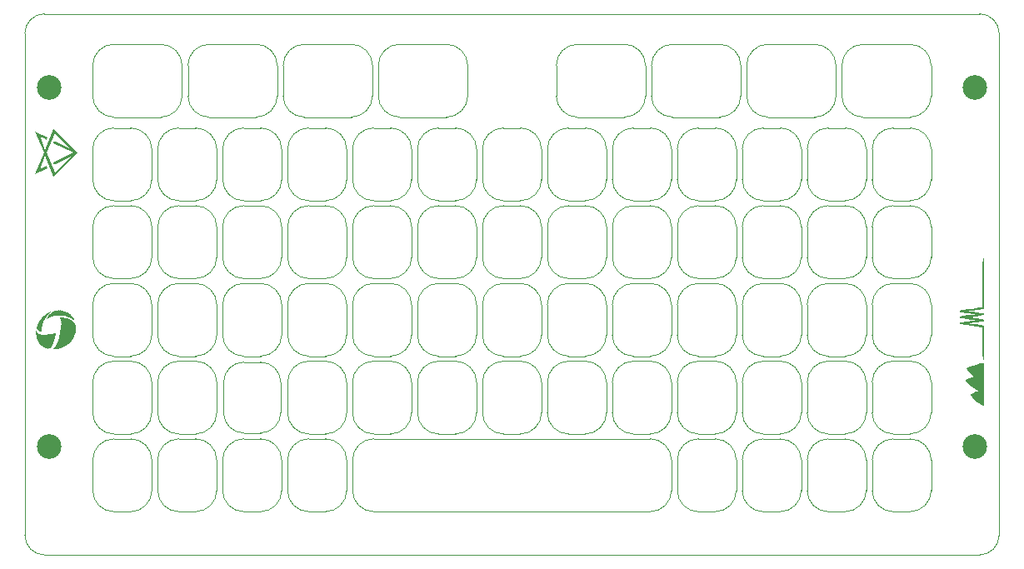
<source format=gbl>
G04*
G04 #@! TF.GenerationSoftware,Altium Limited,Altium Designer,24.6.1 (21)*
G04*
G04 Layer_Physical_Order=2*
G04 Layer_Color=3381759*
%FSLAX25Y25*%
%MOIN*%
G70*
G04*
G04 #@! TF.SameCoordinates,2EFCF5D3-F3DF-4BA1-BCA7-63EA5DCA57C7*
G04*
G04*
G04 #@! TF.FilePolarity,Positive*
G04*
G01*
G75*
%ADD10C,0.00394*%
%ADD15C,0.09843*%
G36*
X-173673Y-43812D02*
X-183228Y-53367D01*
X-183337Y-53345D01*
X-186742Y-45080D01*
X-188965Y-50480D01*
X-186157Y-49106D01*
X-186053Y-49145D01*
X-185709Y-49963D01*
X-190701Y-52444D01*
X-190783Y-52368D01*
X-187259Y-43828D01*
X-190783Y-35287D01*
X-190701Y-35211D01*
X-185709Y-37692D01*
X-186053Y-38510D01*
X-186157Y-38548D01*
X-188965Y-37144D01*
X-186742Y-42544D01*
X-183337Y-34279D01*
X-183228Y-34257D01*
X-173673Y-43812D01*
D02*
G37*
G36*
X-181707Y-106822D02*
X-181707Y-106890D01*
X-181639Y-106891D01*
X-181638Y-106822D01*
X-181570Y-106823D01*
X-181570Y-106891D01*
X-181502Y-106892D01*
X-181501Y-106823D01*
X-181433Y-106824D01*
X-181364Y-106825D01*
X-181296Y-106825D01*
X-181296Y-106894D01*
X-181228Y-106894D01*
X-181227Y-106826D01*
X-181159Y-106826D01*
X-181090Y-106827D01*
X-181022Y-106827D01*
X-181022Y-106896D01*
X-180954Y-106897D01*
X-180953Y-106828D01*
X-180885Y-106829D01*
X-180885Y-106897D01*
X-180817Y-106898D01*
X-180816Y-106829D01*
X-180748Y-106830D01*
X-180748Y-106898D01*
X-180680Y-106899D01*
X-180679Y-106831D01*
X-180611Y-106831D01*
X-180612Y-106900D01*
X-180543Y-106900D01*
X-180475Y-106901D01*
X-180406Y-106901D01*
X-180338Y-106902D01*
X-180269Y-106903D01*
X-180270Y-106971D01*
X-180201Y-106972D01*
X-180133Y-106972D01*
X-180064Y-106973D01*
X-179996Y-106974D01*
X-179927Y-106974D01*
X-179928Y-107043D01*
X-179859Y-107043D01*
X-179859Y-106975D01*
X-179790Y-106975D01*
X-179791Y-107044D01*
X-179722Y-107044D01*
X-179654Y-107045D01*
X-179586Y-107045D01*
X-179586Y-107114D01*
X-179518Y-107115D01*
X-179449Y-107115D01*
X-179381Y-107116D01*
X-179381Y-107184D01*
X-179313Y-107185D01*
X-179312Y-107116D01*
X-179244Y-107117D01*
X-179244Y-107185D01*
X-179176Y-107186D01*
X-179107Y-107187D01*
X-179108Y-107255D01*
X-179040Y-107256D01*
X-178971Y-107256D01*
X-178972Y-107325D01*
X-178903Y-107325D01*
X-178902Y-107257D01*
X-178834Y-107257D01*
X-178835Y-107326D01*
X-178766Y-107327D01*
X-178698Y-107327D01*
X-178698Y-107396D01*
X-178630Y-107396D01*
X-178561Y-107397D01*
X-178562Y-107465D01*
X-178493Y-107466D01*
X-178493Y-107397D01*
X-178424Y-107398D01*
X-178425Y-107467D01*
X-178357Y-107467D01*
X-178357Y-107536D01*
X-178289Y-107536D01*
X-178289Y-107605D01*
X-178221Y-107605D01*
X-178220Y-107537D01*
X-178152Y-107537D01*
X-178152Y-107606D01*
X-178084Y-107606D01*
X-178084Y-107675D01*
X-178016Y-107676D01*
X-178016Y-107744D01*
X-177948Y-107745D01*
X-177947Y-107676D01*
X-177879Y-107677D01*
X-177880Y-107745D01*
X-177811Y-107746D01*
X-177812Y-107814D01*
X-177743Y-107815D01*
X-177744Y-107883D01*
X-177675Y-107884D01*
X-177675Y-107816D01*
X-177606Y-107816D01*
X-177607Y-107885D01*
X-177538Y-107885D01*
X-177539Y-107954D01*
X-177471Y-107954D01*
X-177471Y-108023D01*
X-177403Y-108023D01*
X-177334Y-108024D01*
X-177335Y-108092D01*
X-177266Y-108093D01*
X-177198Y-108094D01*
X-177198Y-108162D01*
X-177130Y-108163D01*
X-177130Y-108231D01*
X-177062Y-108232D01*
X-177063Y-108300D01*
X-176994Y-108301D01*
X-176995Y-108369D01*
X-176926Y-108370D01*
X-176927Y-108438D01*
X-176858Y-108439D01*
X-176858Y-108371D01*
X-176789Y-108371D01*
X-176790Y-108508D01*
X-176722Y-108509D01*
X-176654Y-108509D01*
X-176654Y-108578D01*
X-176586Y-108578D01*
X-176586Y-108647D01*
X-176518Y-108648D01*
X-176518Y-108716D01*
X-176450Y-108716D01*
X-176450Y-108785D01*
X-176382Y-108786D01*
X-176383Y-108854D01*
X-176314Y-108855D01*
X-176315Y-108923D01*
X-176246Y-108924D01*
X-176247Y-108992D01*
X-176178Y-108993D01*
X-176179Y-109061D01*
X-176110Y-109062D01*
X-176111Y-109130D01*
X-176043Y-109131D01*
X-176043Y-109200D01*
X-175975Y-109200D01*
X-175975Y-109269D01*
X-175907Y-109269D01*
X-175907Y-109338D01*
X-175839Y-109338D01*
X-175840Y-109475D01*
X-175772Y-109476D01*
X-175703Y-109476D01*
X-175705Y-109682D01*
X-175636Y-109682D01*
X-175637Y-109751D01*
X-175569Y-109751D01*
X-175569Y-109820D01*
X-175501Y-109821D01*
X-175501Y-109889D01*
X-175433Y-109890D01*
X-175435Y-110095D01*
X-175366Y-110096D01*
X-175367Y-110164D01*
X-175298Y-110165D01*
X-175299Y-110302D01*
X-175231Y-110302D01*
X-175232Y-110439D01*
X-175164Y-110440D01*
X-175164Y-110508D01*
X-175096Y-110509D01*
X-175096Y-110577D01*
X-175165Y-110577D01*
X-175165Y-110645D01*
X-175097Y-110646D01*
X-175098Y-110714D01*
X-175029Y-110715D01*
X-175031Y-110920D01*
X-174962Y-110921D01*
X-174963Y-110989D01*
X-174894Y-110990D01*
X-174896Y-111127D01*
X-174964Y-111126D01*
X-174963Y-110989D01*
X-175031Y-110989D01*
X-175100Y-110988D01*
X-175099Y-110920D01*
X-175168Y-110919D01*
X-175236Y-110919D01*
X-175236Y-110850D01*
X-175304Y-110850D01*
X-175304Y-110781D01*
X-175372Y-110781D01*
X-175372Y-110712D01*
X-175440Y-110711D01*
X-175439Y-110643D01*
X-175508Y-110642D01*
X-175507Y-110574D01*
X-175576Y-110573D01*
X-175576Y-110642D01*
X-175645Y-110641D01*
X-175644Y-110573D01*
X-175713Y-110572D01*
X-175712Y-110504D01*
X-175781Y-110503D01*
X-175780Y-110434D01*
X-175848Y-110434D01*
X-175848Y-110365D01*
X-175916Y-110365D01*
X-175985Y-110364D01*
X-176053Y-110364D01*
X-176053Y-110295D01*
X-176121Y-110294D01*
X-176121Y-110226D01*
X-176189Y-110225D01*
X-176189Y-110157D01*
X-176257Y-110156D01*
X-176258Y-110225D01*
X-176326Y-110224D01*
X-176325Y-110156D01*
X-176394Y-110155D01*
X-176393Y-110087D01*
X-176462Y-110086D01*
X-176461Y-110018D01*
X-176530Y-110017D01*
X-176598Y-110017D01*
X-176598Y-109948D01*
X-176666Y-109947D01*
X-176734Y-109947D01*
X-176734Y-109878D01*
X-176802Y-109878D01*
X-176871Y-109877D01*
X-176939Y-109877D01*
X-176939Y-109808D01*
X-177007Y-109807D01*
X-177007Y-109739D01*
X-177075Y-109738D01*
X-177076Y-109807D01*
X-177144Y-109806D01*
X-177144Y-109738D01*
X-177212Y-109737D01*
X-177211Y-109669D01*
X-177280Y-109668D01*
X-177348Y-109668D01*
X-177417Y-109667D01*
X-177416Y-109598D01*
X-177485Y-109598D01*
X-177553Y-109597D01*
X-177553Y-109529D01*
X-177621Y-109528D01*
X-177690Y-109528D01*
X-177689Y-109459D01*
X-177758Y-109458D01*
X-177758Y-109527D01*
X-177827Y-109526D01*
X-177826Y-109458D01*
X-177894Y-109457D01*
X-177894Y-109389D01*
X-177962Y-109388D01*
X-178031Y-109388D01*
X-178099Y-109387D01*
X-178099Y-109318D01*
X-178167Y-109318D01*
X-178168Y-109386D01*
X-178236Y-109386D01*
X-178236Y-109317D01*
X-178304Y-109317D01*
X-178304Y-109248D01*
X-178372Y-109248D01*
X-178440Y-109247D01*
X-178509Y-109247D01*
X-178508Y-109178D01*
X-178577Y-109177D01*
X-178577Y-109246D01*
X-178646Y-109245D01*
X-178645Y-109177D01*
X-178714Y-109176D01*
X-178782Y-109176D01*
X-178851Y-109175D01*
X-178850Y-109107D01*
X-178919Y-109106D01*
X-178919Y-109174D01*
X-178988Y-109174D01*
X-178987Y-109105D01*
X-179056Y-109105D01*
X-179055Y-109036D01*
X-179123Y-109036D01*
X-179124Y-109104D01*
X-179193Y-109104D01*
X-179192Y-109035D01*
X-179261Y-109034D01*
X-179261Y-109103D01*
X-179330Y-109102D01*
X-179329Y-109034D01*
X-179397Y-109033D01*
X-179466Y-109033D01*
X-179534Y-109032D01*
X-179603Y-109031D01*
X-179671Y-109031D01*
X-179671Y-108962D01*
X-179739Y-108962D01*
X-179808Y-108961D01*
X-179876Y-108961D01*
X-179945Y-108960D01*
X-180013Y-108959D01*
X-180013Y-108891D01*
X-180081Y-108890D01*
X-180082Y-108959D01*
X-180150Y-108958D01*
X-180149Y-108890D01*
X-180218Y-108889D01*
X-180219Y-108958D01*
X-180287Y-108957D01*
X-180287Y-108888D01*
X-180355Y-108888D01*
X-180356Y-108956D01*
X-180424Y-108956D01*
X-180423Y-108887D01*
X-180492Y-108887D01*
X-180492Y-108955D01*
X-180561Y-108955D01*
X-180560Y-108886D01*
X-180629Y-108886D01*
X-180697Y-108885D01*
X-180766Y-108884D01*
X-180766Y-108953D01*
X-180835Y-108952D01*
X-180834Y-108884D01*
X-180903Y-108883D01*
X-180971Y-108882D01*
X-181040Y-108882D01*
X-181108Y-108881D01*
X-181177Y-108881D01*
X-181245Y-108880D01*
X-181314Y-108879D01*
X-181314Y-108948D01*
X-181383Y-108947D01*
X-181382Y-108879D01*
X-181451Y-108878D01*
X-181451Y-108947D01*
X-181520Y-108946D01*
X-181519Y-108878D01*
X-181588Y-108877D01*
X-181588Y-108946D01*
X-181657Y-108945D01*
X-181656Y-108877D01*
X-181725Y-108876D01*
X-181725Y-108944D01*
X-181794Y-108944D01*
X-181793Y-108875D01*
X-181861Y-108875D01*
X-181862Y-108943D01*
X-181930Y-108943D01*
X-181930Y-108874D01*
X-181999Y-108874D01*
X-181999Y-108942D01*
X-182068Y-108941D01*
X-182136Y-108941D01*
X-182204Y-108940D01*
X-182273Y-108940D01*
X-182342Y-108939D01*
X-182342Y-109008D01*
X-182411Y-109007D01*
X-182479Y-109006D01*
X-182547Y-109006D01*
X-182548Y-109074D01*
X-182617Y-109074D01*
X-182616Y-109005D01*
X-182685Y-109004D01*
X-182685Y-109073D01*
X-182754Y-109072D01*
X-182753Y-109004D01*
X-182821Y-109003D01*
X-182822Y-109072D01*
X-182890Y-109071D01*
X-182890Y-109003D01*
X-182958Y-109002D01*
X-182959Y-109071D01*
X-183027Y-109070D01*
X-183028Y-109139D01*
X-183097Y-109138D01*
X-183165Y-109137D01*
X-183233Y-109137D01*
X-183234Y-109205D01*
X-183302Y-109205D01*
X-183302Y-109136D01*
X-183370Y-109135D01*
X-183371Y-109204D01*
X-183440Y-109203D01*
X-183508Y-109203D01*
X-183577Y-109202D01*
X-183577Y-109271D01*
X-183646Y-109270D01*
X-183714Y-109269D01*
X-183782Y-109269D01*
X-183783Y-109337D01*
X-183852Y-109337D01*
X-183851Y-109268D01*
X-183920Y-109268D01*
X-183920Y-109336D01*
X-183989Y-109336D01*
X-184057Y-109335D01*
X-184125Y-109334D01*
X-184126Y-109403D01*
X-184195Y-109402D01*
X-184195Y-109471D01*
X-184264Y-109470D01*
X-184263Y-109402D01*
X-184332Y-109401D01*
X-184332Y-109470D01*
X-184401Y-109469D01*
X-184401Y-109537D01*
X-184470Y-109537D01*
X-184538Y-109536D01*
X-184607Y-109536D01*
X-184607Y-109604D01*
X-184676Y-109604D01*
X-184744Y-109603D01*
X-184813Y-109602D01*
X-184813Y-109671D01*
X-184882Y-109670D01*
X-184882Y-109739D01*
X-184951Y-109738D01*
X-184950Y-109670D01*
X-185019Y-109669D01*
X-185019Y-109738D01*
X-185088Y-109737D01*
X-185088Y-109805D01*
X-185157Y-109805D01*
X-185225Y-109804D01*
X-185294Y-109804D01*
X-185294Y-109872D01*
X-185363Y-109871D01*
X-185363Y-109940D01*
X-185432Y-109939D01*
X-185433Y-110008D01*
X-185501Y-110007D01*
X-185501Y-109939D01*
X-185569Y-109938D01*
X-185570Y-110007D01*
X-185638Y-110006D01*
X-185639Y-110074D01*
X-185707Y-110074D01*
X-185776Y-110073D01*
X-185844Y-110073D01*
X-185845Y-110141D01*
X-185913Y-110141D01*
X-185914Y-110209D01*
X-185982Y-110208D01*
X-185983Y-110277D01*
X-186051Y-110276D01*
X-186051Y-110208D01*
X-186119Y-110207D01*
X-186120Y-110276D01*
X-186188Y-110275D01*
X-186187Y-110070D01*
X-186118Y-110070D01*
X-186117Y-110002D01*
X-186049Y-110003D01*
X-186048Y-109934D01*
X-185980Y-109935D01*
X-185978Y-109729D01*
X-185910Y-109730D01*
X-185909Y-109661D01*
X-185840Y-109662D01*
X-185840Y-109593D01*
X-185771Y-109594D01*
X-185770Y-109388D01*
X-185701Y-109389D01*
X-185701Y-109321D01*
X-185632Y-109321D01*
X-185631Y-109253D01*
X-185563Y-109253D01*
X-185562Y-109185D01*
X-185494Y-109186D01*
X-185493Y-109117D01*
X-185425Y-109118D01*
X-185424Y-109049D01*
X-185356Y-109050D01*
X-185354Y-108844D01*
X-185285Y-108845D01*
X-185285Y-108776D01*
X-185216Y-108777D01*
X-185216Y-108709D01*
X-185147Y-108709D01*
X-185147Y-108641D01*
X-185078Y-108641D01*
X-185078Y-108573D01*
X-185009Y-108573D01*
X-185009Y-108505D01*
X-184940Y-108505D01*
X-184940Y-108437D01*
X-184871Y-108438D01*
X-184870Y-108369D01*
X-184802Y-108370D01*
X-184801Y-108301D01*
X-184733Y-108302D01*
X-184732Y-108233D01*
X-184664Y-108234D01*
X-184663Y-108166D01*
X-184595Y-108166D01*
X-184594Y-108098D01*
X-184526Y-108098D01*
X-184525Y-108030D01*
X-184457Y-108030D01*
X-184456Y-107962D01*
X-184388Y-107962D01*
X-184387Y-107894D01*
X-184318Y-107895D01*
X-184319Y-107963D01*
X-184250Y-107964D01*
X-184249Y-107827D01*
X-184181Y-107827D01*
X-184112Y-107828D01*
X-184112Y-107759D01*
X-184043Y-107760D01*
X-184043Y-107692D01*
X-183974Y-107692D01*
X-183974Y-107624D01*
X-183905Y-107624D01*
X-183905Y-107556D01*
X-183836Y-107556D01*
X-183835Y-107488D01*
X-183767Y-107488D01*
X-183768Y-107557D01*
X-183699Y-107557D01*
X-183698Y-107489D01*
X-183630Y-107490D01*
X-183629Y-107421D01*
X-183561Y-107422D01*
X-183560Y-107353D01*
X-183492Y-107354D01*
X-183493Y-107422D01*
X-183424Y-107423D01*
X-183423Y-107354D01*
X-183355Y-107355D01*
X-183354Y-107287D01*
X-183286Y-107287D01*
X-183285Y-107219D01*
X-183217Y-107219D01*
X-183148Y-107220D01*
X-183080Y-107220D01*
X-183079Y-107152D01*
X-183011Y-107153D01*
X-182942Y-107153D01*
X-182874Y-107154D01*
X-182873Y-107085D01*
X-182805Y-107086D01*
X-182736Y-107087D01*
X-182668Y-107087D01*
X-182667Y-107019D01*
X-182599Y-107019D01*
X-182530Y-107020D01*
X-182462Y-107020D01*
X-182461Y-106952D01*
X-182393Y-106953D01*
X-182324Y-106953D01*
X-182256Y-106954D01*
X-182255Y-106885D01*
X-182187Y-106886D01*
X-182187Y-106954D01*
X-182119Y-106955D01*
X-182118Y-106886D01*
X-182050Y-106887D01*
X-181981Y-106888D01*
X-181913Y-106888D01*
X-181844Y-106889D01*
X-181776Y-106889D01*
X-181775Y-106821D01*
X-181707Y-106822D01*
D02*
G37*
G36*
X-184451Y-107345D02*
X-184451Y-107414D01*
X-184383Y-107415D01*
X-184383Y-107483D01*
X-184452Y-107483D01*
X-184452Y-107551D01*
X-184521Y-107550D01*
X-184521Y-107619D01*
X-184590Y-107618D01*
X-184590Y-107687D01*
X-184659Y-107686D01*
X-184660Y-107755D01*
X-184728Y-107754D01*
X-184729Y-107823D01*
X-184797Y-107822D01*
X-184866Y-107821D01*
X-184866Y-107890D01*
X-184935Y-107889D01*
X-184935Y-107958D01*
X-185004Y-107957D01*
X-185004Y-108026D01*
X-185073Y-108025D01*
X-185141Y-108024D01*
X-185143Y-108161D01*
X-185211Y-108161D01*
X-185280Y-108160D01*
X-185281Y-108297D01*
X-185349Y-108297D01*
X-185418Y-108296D01*
X-185418Y-108364D01*
X-185487Y-108364D01*
X-185487Y-108432D01*
X-185556Y-108432D01*
X-185557Y-108569D01*
X-185626Y-108568D01*
X-185694Y-108567D01*
X-185695Y-108704D01*
X-185764Y-108704D01*
X-185764Y-108772D01*
X-185833Y-108772D01*
X-185834Y-108909D01*
X-185902Y-108908D01*
X-185903Y-108976D01*
X-185971Y-108976D01*
X-185972Y-109044D01*
X-186040Y-109044D01*
X-186041Y-109112D01*
X-186110Y-109112D01*
X-186110Y-109180D01*
X-186179Y-109179D01*
X-186179Y-109248D01*
X-186248Y-109247D01*
X-186249Y-109453D01*
X-186318Y-109452D01*
X-186319Y-109521D01*
X-186387Y-109520D01*
X-186388Y-109589D01*
X-186456Y-109588D01*
X-186457Y-109657D01*
X-186525Y-109656D01*
X-186527Y-109861D01*
X-186596Y-109861D01*
X-186596Y-109929D01*
X-186665Y-109929D01*
X-186665Y-109997D01*
X-186734Y-109996D01*
X-186734Y-110065D01*
X-186803Y-110064D01*
X-186805Y-110270D01*
X-186873Y-110269D01*
X-186874Y-110338D01*
X-186942Y-110337D01*
X-186944Y-110543D01*
X-187012Y-110542D01*
X-187013Y-110610D01*
X-187082Y-110610D01*
X-187083Y-110815D01*
X-187152Y-110815D01*
X-187152Y-110883D01*
X-187221Y-110882D01*
X-187221Y-110951D01*
X-187153Y-110952D01*
X-187153Y-111020D01*
X-187222Y-111020D01*
X-187223Y-111088D01*
X-187291Y-111087D01*
X-187292Y-111156D01*
X-187360Y-111155D01*
X-187361Y-111224D01*
X-187292Y-111224D01*
X-187293Y-111293D01*
X-187361Y-111292D01*
X-187363Y-111498D01*
X-187432Y-111497D01*
X-187432Y-111565D01*
X-187501Y-111565D01*
X-187503Y-111770D01*
X-187571Y-111770D01*
X-187573Y-111975D01*
X-187641Y-111975D01*
X-187643Y-112180D01*
X-187712Y-112179D01*
X-187713Y-112385D01*
X-187782Y-112384D01*
X-187784Y-112590D01*
X-187852Y-112589D01*
X-187854Y-112795D01*
X-187922Y-112794D01*
X-187924Y-112999D01*
X-187993Y-112999D01*
X-187993Y-113067D01*
X-187925Y-113068D01*
X-187925Y-113136D01*
X-187994Y-113136D01*
X-187994Y-113204D01*
X-188063Y-113204D01*
X-188064Y-113272D01*
X-187995Y-113273D01*
X-187996Y-113341D01*
X-188064Y-113341D01*
X-188067Y-113683D01*
X-188136Y-113682D01*
X-188136Y-113751D01*
X-188068Y-113751D01*
X-188068Y-113820D01*
X-188137Y-113819D01*
X-188137Y-113888D01*
X-188206Y-113887D01*
X-188206Y-113956D01*
X-188138Y-113956D01*
X-188139Y-114025D01*
X-188207Y-114024D01*
X-188208Y-114093D01*
X-188139Y-114093D01*
X-188140Y-114162D01*
X-188208Y-114161D01*
X-188209Y-114230D01*
X-188140Y-114230D01*
X-188141Y-114299D01*
X-188209Y-114298D01*
X-188210Y-114367D01*
X-188142Y-114367D01*
X-188142Y-114436D01*
X-188211Y-114435D01*
X-188211Y-114504D01*
X-188143Y-114504D01*
X-188143Y-114573D01*
X-188212Y-114572D01*
X-188212Y-114640D01*
X-188144Y-114641D01*
X-188145Y-114710D01*
X-188213Y-114709D01*
X-188214Y-114778D01*
X-188145Y-114778D01*
X-188146Y-114847D01*
X-188077Y-114847D01*
X-188078Y-114916D01*
X-188146Y-114915D01*
X-188147Y-114983D01*
X-188078Y-114984D01*
X-188080Y-115190D01*
X-188012Y-115190D01*
X-188012Y-115259D01*
X-187944Y-115259D01*
X-187944Y-115328D01*
X-187876Y-115328D01*
X-187877Y-115397D01*
X-187808Y-115397D01*
X-187809Y-115466D01*
X-187877Y-115465D01*
X-187946Y-115465D01*
X-188014Y-115464D01*
X-188083Y-115463D01*
X-188151Y-115463D01*
X-188151Y-115394D01*
X-188219Y-115394D01*
X-188220Y-115462D01*
X-188288Y-115462D01*
X-188287Y-115393D01*
X-188356Y-115393D01*
X-188357Y-115461D01*
X-188425Y-115461D01*
X-188424Y-115392D01*
X-188493Y-115391D01*
X-188561Y-115391D01*
X-188630Y-115390D01*
X-188629Y-115322D01*
X-188698Y-115321D01*
X-188766Y-115321D01*
X-188835Y-115320D01*
X-188834Y-115252D01*
X-188903Y-115251D01*
X-188903Y-115319D01*
X-188972Y-115319D01*
X-188971Y-115250D01*
X-189040Y-115250D01*
X-189108Y-115249D01*
X-189107Y-115181D01*
X-189176Y-115180D01*
X-189244Y-115179D01*
X-189244Y-115111D01*
X-189312Y-115110D01*
X-189381Y-115110D01*
X-189449Y-115109D01*
X-189449Y-115041D01*
X-189517Y-115040D01*
X-189516Y-114972D01*
X-189585Y-114971D01*
X-189653Y-114970D01*
X-189652Y-114833D01*
X-189721Y-114833D01*
X-189789Y-114832D01*
X-189788Y-114695D01*
X-189857Y-114695D01*
X-189925Y-114694D01*
X-189924Y-114557D01*
X-189992Y-114557D01*
X-189992Y-114488D01*
X-190060Y-114487D01*
X-190057Y-114145D01*
X-190126Y-114144D01*
X-190125Y-114076D01*
X-190057Y-114077D01*
X-190056Y-114008D01*
X-190124Y-114007D01*
X-190124Y-113939D01*
X-190055Y-113940D01*
X-190052Y-113597D01*
X-189984Y-113598D01*
X-189983Y-113529D01*
X-190052Y-113529D01*
X-190051Y-113460D01*
X-189983Y-113461D01*
X-189981Y-113255D01*
X-189912Y-113256D01*
X-189911Y-113051D01*
X-189842Y-113051D01*
X-189842Y-112983D01*
X-189910Y-112982D01*
X-189909Y-112914D01*
X-189841Y-112914D01*
X-189840Y-112846D01*
X-189772Y-112846D01*
X-189771Y-112778D01*
X-189840Y-112777D01*
X-189839Y-112709D01*
X-189771Y-112709D01*
X-189769Y-112504D01*
X-189700Y-112504D01*
X-189700Y-112436D01*
X-189631Y-112437D01*
X-189630Y-112231D01*
X-189561Y-112232D01*
X-189559Y-112026D01*
X-189491Y-112027D01*
X-189490Y-111959D01*
X-189422Y-111959D01*
X-189420Y-111754D01*
X-189351Y-111754D01*
X-189350Y-111549D01*
X-189281Y-111549D01*
X-189281Y-111481D01*
X-189212Y-111481D01*
X-189211Y-111413D01*
X-189143Y-111414D01*
X-189141Y-111208D01*
X-189073Y-111209D01*
X-189072Y-111140D01*
X-189004Y-111141D01*
X-189003Y-111073D01*
X-188935Y-111073D01*
X-188933Y-110868D01*
X-188864Y-110868D01*
X-188864Y-110800D01*
X-188795Y-110800D01*
X-188795Y-110732D01*
X-188726Y-110732D01*
X-188726Y-110664D01*
X-188657Y-110665D01*
X-188655Y-110459D01*
X-188587Y-110460D01*
X-188586Y-110391D01*
X-188518Y-110392D01*
X-188517Y-110323D01*
X-188449Y-110324D01*
X-188448Y-110255D01*
X-188380Y-110256D01*
X-188379Y-110188D01*
X-188311Y-110188D01*
X-188310Y-110120D01*
X-188241Y-110120D01*
X-188240Y-109983D01*
X-188172Y-109984D01*
X-188103Y-109985D01*
X-188101Y-109779D01*
X-188033Y-109780D01*
X-187964Y-109780D01*
X-187963Y-109643D01*
X-187895Y-109644D01*
X-187826Y-109644D01*
X-187825Y-109508D01*
X-187757Y-109508D01*
X-187688Y-109509D01*
X-187687Y-109372D01*
X-187619Y-109372D01*
X-187550Y-109373D01*
X-187549Y-109236D01*
X-187480Y-109237D01*
X-187412Y-109237D01*
X-187411Y-109100D01*
X-187342Y-109101D01*
X-187343Y-109169D01*
X-187274Y-109170D01*
X-187273Y-109033D01*
X-187205Y-109034D01*
X-187136Y-109034D01*
X-187136Y-108966D01*
X-187067Y-108966D01*
X-187067Y-108898D01*
X-186998Y-108898D01*
X-186997Y-108830D01*
X-186929Y-108830D01*
X-186928Y-108762D01*
X-186860Y-108763D01*
X-186859Y-108694D01*
X-186791Y-108695D01*
X-186790Y-108626D01*
X-186722Y-108627D01*
X-186653Y-108627D01*
X-186585Y-108628D01*
X-186584Y-108560D01*
X-186516Y-108560D01*
X-186515Y-108492D01*
X-186447Y-108492D01*
X-186446Y-108424D01*
X-186378Y-108424D01*
X-186377Y-108356D01*
X-186309Y-108357D01*
X-186308Y-108288D01*
X-186239Y-108289D01*
X-186171Y-108289D01*
X-186170Y-108221D01*
X-186102Y-108221D01*
X-186033Y-108222D01*
X-186033Y-108153D01*
X-185964Y-108154D01*
X-185964Y-108086D01*
X-185895Y-108086D01*
X-185827Y-108087D01*
X-185758Y-108087D01*
X-185758Y-108019D01*
X-185689Y-108019D01*
X-185689Y-107951D01*
X-185620Y-107952D01*
X-185619Y-107883D01*
X-185551Y-107884D01*
X-185483Y-107884D01*
X-185414Y-107885D01*
X-185414Y-107817D01*
X-185345Y-107817D01*
X-185344Y-107749D01*
X-185276Y-107749D01*
X-185207Y-107750D01*
X-185139Y-107750D01*
X-185138Y-107682D01*
X-185070Y-107683D01*
X-185069Y-107614D01*
X-185001Y-107615D01*
X-184932Y-107615D01*
X-184864Y-107616D01*
X-184863Y-107547D01*
X-184795Y-107548D01*
X-184794Y-107480D01*
X-184726Y-107480D01*
X-184657Y-107481D01*
X-184589Y-107481D01*
X-184588Y-107413D01*
X-184520Y-107413D01*
X-184519Y-107345D01*
X-184451Y-107345D01*
D02*
G37*
G36*
X-184245Y-107279D02*
X-184176Y-107279D01*
X-184177Y-107416D01*
X-184246Y-107416D01*
X-184245Y-107347D01*
X-184314Y-107347D01*
X-184313Y-107278D01*
X-184245Y-107279D01*
D02*
G37*
G36*
X-181320Y-109564D02*
X-181320Y-109633D01*
X-181252Y-109633D01*
X-181251Y-109565D01*
X-181183Y-109566D01*
X-181183Y-109634D01*
X-181115Y-109635D01*
X-181114Y-109566D01*
X-181046Y-109567D01*
X-181046Y-109635D01*
X-180978Y-109636D01*
X-180977Y-109567D01*
X-180909Y-109568D01*
X-180909Y-109636D01*
X-180841Y-109637D01*
X-180772Y-109638D01*
X-180704Y-109638D01*
X-180635Y-109639D01*
X-180567Y-109639D01*
X-180499Y-109640D01*
X-180430Y-109641D01*
X-180361Y-109641D01*
X-180293Y-109642D01*
X-180294Y-109710D01*
X-180225Y-109711D01*
X-180157Y-109712D01*
X-180088Y-109712D01*
X-180020Y-109713D01*
X-179951Y-109713D01*
X-179883Y-109714D01*
X-179814Y-109714D01*
X-179815Y-109783D01*
X-179746Y-109783D01*
X-179746Y-109715D01*
X-179677Y-109716D01*
X-179678Y-109784D01*
X-179609Y-109785D01*
X-179609Y-109716D01*
X-179540Y-109717D01*
X-179541Y-109785D01*
X-179472Y-109786D01*
X-179404Y-109786D01*
X-179335Y-109787D01*
X-179267Y-109788D01*
X-179199Y-109788D01*
X-179199Y-109857D01*
X-179131Y-109857D01*
X-179062Y-109858D01*
X-178994Y-109859D01*
X-178925Y-109859D01*
X-178857Y-109860D01*
X-178857Y-109928D01*
X-178789Y-109929D01*
X-178788Y-109860D01*
X-178720Y-109861D01*
X-178720Y-109929D01*
X-178652Y-109930D01*
X-178584Y-109931D01*
X-178515Y-109931D01*
X-178516Y-110000D01*
X-178447Y-110000D01*
X-178379Y-110001D01*
X-178310Y-110002D01*
X-178311Y-110070D01*
X-178242Y-110071D01*
X-178242Y-110002D01*
X-178173Y-110003D01*
X-178174Y-110071D01*
X-178105Y-110072D01*
X-178037Y-110072D01*
X-177968Y-110073D01*
X-177969Y-110141D01*
X-177900Y-110142D01*
X-177832Y-110143D01*
X-177763Y-110143D01*
X-177764Y-110212D01*
X-177696Y-110212D01*
X-177695Y-110144D01*
X-177627Y-110144D01*
X-177627Y-110213D01*
X-177559Y-110213D01*
X-177559Y-110282D01*
X-177491Y-110283D01*
X-177422Y-110283D01*
X-177354Y-110284D01*
X-177354Y-110352D01*
X-177286Y-110353D01*
X-177217Y-110354D01*
X-177149Y-110354D01*
X-177150Y-110423D01*
X-177081Y-110423D01*
X-177082Y-110492D01*
X-177013Y-110492D01*
X-177013Y-110424D01*
X-176944Y-110424D01*
X-176945Y-110493D01*
X-176876Y-110493D01*
X-176877Y-110562D01*
X-176808Y-110563D01*
X-176809Y-110631D01*
X-176741Y-110632D01*
X-176740Y-110563D01*
X-176671Y-110564D01*
X-176672Y-110632D01*
X-176604Y-110633D01*
X-176604Y-110701D01*
X-176536Y-110702D01*
X-176467Y-110702D01*
X-176399Y-110703D01*
X-176399Y-110772D01*
X-176331Y-110772D01*
X-176331Y-110841D01*
X-176263Y-110841D01*
X-176263Y-110910D01*
X-176195Y-110910D01*
X-176127Y-110911D01*
X-176127Y-110979D01*
X-176059Y-110980D01*
X-175990Y-110980D01*
X-175991Y-111049D01*
X-175922Y-111050D01*
X-175923Y-111118D01*
X-175854Y-111119D01*
X-175855Y-111187D01*
X-175787Y-111188D01*
X-175718Y-111188D01*
X-175719Y-111325D01*
X-175651Y-111326D01*
X-175582Y-111327D01*
X-175583Y-111395D01*
X-175514Y-111396D01*
X-175446Y-111396D01*
X-175447Y-111533D01*
X-175379Y-111534D01*
X-175310Y-111534D01*
X-175311Y-111671D01*
X-175243Y-111672D01*
X-175174Y-111672D01*
X-175176Y-111878D01*
X-175108Y-111879D01*
X-175108Y-111947D01*
X-175040Y-111948D01*
X-175040Y-112016D01*
X-174972Y-112017D01*
X-174973Y-112085D01*
X-174904Y-112086D01*
X-174906Y-112291D01*
X-174837Y-112292D01*
X-174838Y-112360D01*
X-174769Y-112361D01*
X-174771Y-112566D01*
X-174703Y-112567D01*
X-174703Y-112635D01*
X-174635Y-112636D01*
X-174638Y-112978D01*
X-174569Y-112979D01*
X-174571Y-113184D01*
X-174503Y-113185D01*
X-174503Y-113253D01*
X-174572Y-113253D01*
X-174573Y-113321D01*
X-174504Y-113322D01*
X-174509Y-113938D01*
X-174441Y-113939D01*
X-174442Y-114007D01*
X-174510Y-114007D01*
X-174511Y-114075D01*
X-174442Y-114076D01*
X-174443Y-114144D01*
X-174511Y-114144D01*
X-174512Y-114212D01*
X-174443Y-114213D01*
X-174444Y-114281D01*
X-174512Y-114281D01*
X-174520Y-115171D01*
X-174589Y-115170D01*
X-174589Y-115239D01*
X-174521Y-115239D01*
X-174521Y-115308D01*
X-174590Y-115307D01*
X-174592Y-115513D01*
X-174660Y-115512D01*
X-174661Y-115581D01*
X-174592Y-115581D01*
X-174593Y-115650D01*
X-174661Y-115649D01*
X-174663Y-115855D01*
X-174732Y-115854D01*
X-174732Y-115922D01*
X-174664Y-115923D01*
X-174664Y-115991D01*
X-174733Y-115991D01*
X-174733Y-116059D01*
X-174802Y-116059D01*
X-174802Y-116127D01*
X-174734Y-116128D01*
X-174734Y-116196D01*
X-174803Y-116196D01*
X-174805Y-116401D01*
X-174873Y-116401D01*
X-174875Y-116606D01*
X-174943Y-116605D01*
X-174945Y-116811D01*
X-175014Y-116810D01*
X-175016Y-117016D01*
X-175084Y-117015D01*
X-175086Y-117220D01*
X-175154Y-117220D01*
X-175155Y-117288D01*
X-175223Y-117288D01*
X-175225Y-117493D01*
X-175294Y-117493D01*
X-175294Y-117561D01*
X-175363Y-117561D01*
X-175365Y-117766D01*
X-175433Y-117765D01*
X-175434Y-117834D01*
X-175502Y-117833D01*
X-175504Y-118039D01*
X-175572Y-118038D01*
X-175573Y-118107D01*
X-175642Y-118106D01*
X-175643Y-118311D01*
X-175712Y-118311D01*
X-175712Y-118379D01*
X-175781Y-118379D01*
X-175781Y-118447D01*
X-175850Y-118447D01*
X-175850Y-118515D01*
X-175919Y-118515D01*
X-175920Y-118651D01*
X-175989Y-118651D01*
X-175990Y-118788D01*
X-176058Y-118787D01*
X-176059Y-118856D01*
X-176127Y-118855D01*
X-176128Y-118924D01*
X-176197Y-118923D01*
X-176197Y-118991D01*
X-176266Y-118991D01*
X-176266Y-119059D01*
X-176335Y-119059D01*
X-176336Y-119264D01*
X-176405Y-119264D01*
X-176404Y-119195D01*
X-176473Y-119194D01*
X-176475Y-119400D01*
X-176543Y-119399D01*
X-176544Y-119468D01*
X-176612Y-119467D01*
X-176613Y-119536D01*
X-176681Y-119535D01*
X-176682Y-119604D01*
X-176750Y-119603D01*
X-176751Y-119671D01*
X-176819Y-119671D01*
X-176820Y-119739D01*
X-176889Y-119739D01*
X-176889Y-119807D01*
X-176957Y-119807D01*
X-176958Y-119875D01*
X-177027Y-119875D01*
X-177027Y-119943D01*
X-177096Y-119942D01*
X-177096Y-120011D01*
X-177165Y-120010D01*
X-177165Y-120079D01*
X-177234Y-120078D01*
X-177234Y-120147D01*
X-177303Y-120146D01*
X-177304Y-120214D01*
X-177372Y-120214D01*
X-177373Y-120282D01*
X-177441Y-120282D01*
X-177442Y-120350D01*
X-177510Y-120350D01*
X-177509Y-120281D01*
X-177578Y-120281D01*
X-177579Y-120417D01*
X-177648Y-120417D01*
X-177716Y-120416D01*
X-177717Y-120485D01*
X-177785Y-120484D01*
X-177786Y-120553D01*
X-177854Y-120552D01*
X-177855Y-120621D01*
X-177923Y-120620D01*
X-177924Y-120688D01*
X-177992Y-120688D01*
X-177993Y-120756D01*
X-178062Y-120756D01*
X-178062Y-120824D01*
X-178131Y-120824D01*
X-178199Y-120823D01*
X-178268Y-120823D01*
X-178268Y-120891D01*
X-178337Y-120890D01*
X-178337Y-120959D01*
X-178406Y-120958D01*
X-178406Y-121027D01*
X-178475Y-121026D01*
X-178543Y-121026D01*
X-178544Y-121094D01*
X-178612Y-121093D01*
X-178681Y-121093D01*
X-178681Y-121161D01*
X-178750Y-121161D01*
X-178751Y-121229D01*
X-178819Y-121229D01*
X-178820Y-121297D01*
X-178888Y-121296D01*
X-178887Y-121228D01*
X-178956Y-121227D01*
X-178957Y-121296D01*
X-179025Y-121295D01*
X-179026Y-121364D01*
X-179094Y-121363D01*
X-179095Y-121432D01*
X-179163Y-121431D01*
X-179163Y-121362D01*
X-179231Y-121362D01*
X-179232Y-121430D01*
X-179300Y-121430D01*
X-179301Y-121498D01*
X-179369Y-121498D01*
X-179370Y-121566D01*
X-179438Y-121566D01*
X-179507Y-121565D01*
X-179575Y-121564D01*
X-179576Y-121633D01*
X-179644Y-121632D01*
X-179645Y-121701D01*
X-179713Y-121700D01*
X-179713Y-121632D01*
X-179781Y-121631D01*
X-179782Y-121700D01*
X-179850Y-121699D01*
X-179851Y-121767D01*
X-179920Y-121767D01*
X-179988Y-121766D01*
X-180056Y-121766D01*
X-180057Y-121834D01*
X-180125Y-121834D01*
X-180194Y-121833D01*
X-180262Y-121832D01*
X-180263Y-121901D01*
X-180332Y-121900D01*
X-180332Y-121969D01*
X-180401Y-121968D01*
X-180400Y-121900D01*
X-180468Y-121899D01*
X-180469Y-121967D01*
X-180538Y-121967D01*
X-180606Y-121966D01*
X-180675Y-121966D01*
X-180675Y-122034D01*
X-180744Y-122034D01*
X-180744Y-122102D01*
X-180813Y-122101D01*
X-180812Y-122033D01*
X-180881Y-122032D01*
X-180881Y-122101D01*
X-180950Y-122100D01*
X-181018Y-122100D01*
X-181087Y-122099D01*
X-181087Y-122168D01*
X-181156Y-122167D01*
X-181224Y-122166D01*
X-181293Y-122166D01*
X-181293Y-122234D01*
X-181362Y-122234D01*
X-181361Y-122165D01*
X-181430Y-122165D01*
X-181430Y-122233D01*
X-181499Y-122232D01*
X-181567Y-122232D01*
X-181636Y-122231D01*
X-181636Y-122300D01*
X-181705Y-122299D01*
X-181773Y-122299D01*
X-181842Y-122298D01*
X-181842Y-122366D01*
X-181911Y-122366D01*
X-181910Y-122297D01*
X-181979Y-122297D01*
X-181979Y-122365D01*
X-182048Y-122365D01*
X-182047Y-122296D01*
X-182116Y-122296D01*
X-182116Y-122364D01*
X-182185Y-122363D01*
X-182253Y-122363D01*
X-182322Y-122362D01*
X-182322Y-122431D01*
X-182391Y-122430D01*
X-182390Y-122362D01*
X-182459Y-122361D01*
X-182459Y-122430D01*
X-182528Y-122429D01*
X-182596Y-122428D01*
X-182665Y-122428D01*
X-182733Y-122427D01*
X-182802Y-122426D01*
X-182802Y-122495D01*
X-182871Y-122494D01*
X-182870Y-122426D01*
X-182939Y-122425D01*
X-182939Y-122494D01*
X-183008Y-122493D01*
X-183007Y-122425D01*
X-183075Y-122424D01*
X-183076Y-122493D01*
X-183145Y-122492D01*
X-183144Y-122424D01*
X-183212Y-122423D01*
X-183213Y-122491D01*
X-183282Y-122491D01*
X-183281Y-122422D01*
X-183349Y-122422D01*
X-183350Y-122490D01*
X-183419Y-122490D01*
X-183487Y-122489D01*
X-183555Y-122488D01*
X-183624Y-122488D01*
X-183692Y-122487D01*
X-183761Y-122487D01*
X-183829Y-122486D01*
X-183829Y-122418D01*
X-183760Y-122418D01*
X-183760Y-122350D01*
X-183691Y-122350D01*
X-183691Y-122282D01*
X-183622Y-122282D01*
X-183554Y-122283D01*
X-183553Y-122214D01*
X-183485Y-122215D01*
X-183416Y-122216D01*
X-183415Y-122147D01*
X-183347Y-122148D01*
X-183346Y-122079D01*
X-183278Y-122080D01*
X-183277Y-122011D01*
X-183209Y-122012D01*
X-183208Y-121944D01*
X-183140Y-121944D01*
X-183139Y-121876D01*
X-183071Y-121876D01*
X-183070Y-121808D01*
X-183002Y-121808D01*
X-183001Y-121740D01*
X-182932Y-121740D01*
X-182932Y-121672D01*
X-182863Y-121673D01*
X-182862Y-121467D01*
X-182793Y-121468D01*
X-182725Y-121468D01*
X-182724Y-121331D01*
X-182655Y-121332D01*
X-182655Y-121264D01*
X-182586Y-121264D01*
X-182585Y-121127D01*
X-182516Y-121128D01*
X-182515Y-120991D01*
X-182447Y-120992D01*
X-182446Y-120923D01*
X-182378Y-120923D01*
X-182376Y-120787D01*
X-182308Y-120787D01*
X-182307Y-120650D01*
X-182238Y-120651D01*
X-182238Y-120582D01*
X-182169Y-120583D01*
X-182167Y-120378D01*
X-182099Y-120378D01*
X-182098Y-120310D01*
X-182030Y-120310D01*
X-182028Y-120105D01*
X-181959Y-120105D01*
X-181958Y-119900D01*
X-181889Y-119901D01*
X-181887Y-119695D01*
X-181819Y-119696D01*
X-181818Y-119627D01*
X-181750Y-119628D01*
X-181749Y-119559D01*
X-181818Y-119559D01*
X-181817Y-119490D01*
X-181749Y-119491D01*
X-181747Y-119285D01*
X-181678Y-119286D01*
X-181678Y-119218D01*
X-181609Y-119218D01*
X-181606Y-118876D01*
X-181538Y-118876D01*
X-181537Y-118808D01*
X-181469Y-118808D01*
X-181468Y-118740D01*
X-181537Y-118739D01*
X-181536Y-118671D01*
X-181468Y-118672D01*
X-181466Y-118466D01*
X-181397Y-118467D01*
X-181395Y-118261D01*
X-181327Y-118262D01*
X-181324Y-117919D01*
X-181256Y-117920D01*
X-181254Y-117715D01*
X-181185Y-117715D01*
X-181182Y-117373D01*
X-181114Y-117373D01*
X-181112Y-117168D01*
X-181044Y-117168D01*
X-181043Y-117100D01*
X-181112Y-117099D01*
X-181111Y-117031D01*
X-181042Y-117032D01*
X-181039Y-116689D01*
X-180971Y-116690D01*
X-180970Y-116621D01*
X-181039Y-116621D01*
X-181038Y-116552D01*
X-180970Y-116553D01*
X-180968Y-116347D01*
X-180900Y-116348D01*
X-180899Y-116279D01*
X-180967Y-116279D01*
X-180967Y-116210D01*
X-180898Y-116211D01*
X-180896Y-116006D01*
X-180828Y-116006D01*
X-180827Y-115938D01*
X-180896Y-115937D01*
X-180895Y-115869D01*
X-180827Y-115869D01*
X-180826Y-115801D01*
X-180895Y-115800D01*
X-180894Y-115732D01*
X-180826Y-115732D01*
X-180825Y-115664D01*
X-180756Y-115664D01*
X-180756Y-115596D01*
X-180824Y-115595D01*
X-180824Y-115527D01*
X-180755Y-115527D01*
X-180750Y-114911D01*
X-180681Y-114912D01*
X-180681Y-114843D01*
X-180749Y-114843D01*
X-180749Y-114774D01*
X-180680Y-114775D01*
X-180678Y-114569D01*
X-180610Y-114570D01*
X-180609Y-114501D01*
X-180678Y-114501D01*
X-180677Y-114432D01*
X-180609Y-114433D01*
X-180608Y-114365D01*
X-180677Y-114364D01*
X-180676Y-114295D01*
X-180608Y-114296D01*
X-180605Y-113954D01*
X-180536Y-113954D01*
X-180535Y-113886D01*
X-180604Y-113885D01*
X-180603Y-113817D01*
X-180535Y-113817D01*
X-180533Y-113612D01*
X-180465Y-113612D01*
X-180464Y-113544D01*
X-180533Y-113543D01*
X-180532Y-113475D01*
X-180464Y-113475D01*
X-180463Y-113407D01*
X-180531Y-113406D01*
X-180531Y-113338D01*
X-180462Y-113338D01*
X-180458Y-112859D01*
X-180390Y-112860D01*
X-180389Y-112791D01*
X-180457Y-112791D01*
X-180457Y-112722D01*
X-180388Y-112723D01*
X-180387Y-112517D01*
X-180318Y-112518D01*
X-180317Y-112450D01*
X-180386Y-112449D01*
X-180385Y-112380D01*
X-180317Y-112381D01*
X-180316Y-112312D01*
X-180385Y-112312D01*
X-180384Y-112243D01*
X-180316Y-112244D01*
X-180315Y-112176D01*
X-180384Y-112175D01*
X-180383Y-112106D01*
X-180315Y-112107D01*
X-180313Y-111902D01*
X-180381Y-111901D01*
X-180381Y-111832D01*
X-180312Y-111833D01*
X-180308Y-111354D01*
X-180377Y-111353D01*
X-180376Y-111285D01*
X-180307Y-111285D01*
X-180307Y-111217D01*
X-180375Y-111216D01*
X-180375Y-111148D01*
X-180306Y-111148D01*
X-180306Y-111080D01*
X-180374Y-111079D01*
X-180372Y-110874D01*
X-180441Y-110873D01*
X-180438Y-110531D01*
X-180506Y-110530D01*
X-180506Y-110462D01*
X-180574Y-110461D01*
X-180572Y-110256D01*
X-180641Y-110255D01*
X-180640Y-110187D01*
X-180709Y-110186D01*
X-180708Y-110049D01*
X-180776Y-110048D01*
X-180844Y-110048D01*
X-180843Y-109911D01*
X-180912Y-109910D01*
X-180980Y-109910D01*
X-180980Y-109841D01*
X-181048Y-109841D01*
X-181047Y-109772D01*
X-181116Y-109772D01*
X-181115Y-109703D01*
X-181184Y-109703D01*
X-181252Y-109702D01*
X-181321Y-109701D01*
X-181320Y-109633D01*
X-181389Y-109632D01*
X-181388Y-109564D01*
X-181320Y-109564D01*
D02*
G37*
G36*
X-190271Y-115102D02*
X-190273Y-115307D01*
X-190204Y-115308D01*
X-190205Y-115376D01*
X-190273Y-115376D01*
X-190274Y-115444D01*
X-190206Y-115445D01*
X-190206Y-115513D01*
X-190138Y-115514D01*
X-190138Y-115583D01*
X-190070Y-115583D01*
X-190070Y-115652D01*
X-190002Y-115652D01*
X-190003Y-115789D01*
X-189935Y-115790D01*
X-189866Y-115790D01*
X-189867Y-115859D01*
X-189798Y-115859D01*
X-189799Y-115928D01*
X-189730Y-115928D01*
X-189731Y-115997D01*
X-189662Y-115998D01*
X-189663Y-116066D01*
X-189595Y-116067D01*
X-189595Y-116135D01*
X-189527Y-116136D01*
X-189526Y-116067D01*
X-189458Y-116068D01*
X-189458Y-116136D01*
X-189390Y-116137D01*
X-189390Y-116205D01*
X-189322Y-116206D01*
X-189322Y-116274D01*
X-189254Y-116275D01*
X-189186Y-116276D01*
X-189117Y-116276D01*
X-189118Y-116345D01*
X-189049Y-116345D01*
X-188981Y-116346D01*
X-188912Y-116347D01*
X-188913Y-116415D01*
X-188844Y-116416D01*
X-188844Y-116347D01*
X-188775Y-116348D01*
X-188776Y-116416D01*
X-188707Y-116417D01*
X-188639Y-116417D01*
X-188570Y-116418D01*
X-188571Y-116487D01*
X-188502Y-116487D01*
X-188434Y-116488D01*
X-188365Y-116488D01*
X-188366Y-116557D01*
X-188298Y-116557D01*
X-188297Y-116489D01*
X-188228Y-116490D01*
X-188229Y-116558D01*
X-188161Y-116559D01*
X-188160Y-116490D01*
X-188092Y-116491D01*
X-188092Y-116559D01*
X-188024Y-116560D01*
X-187955Y-116560D01*
X-187887Y-116561D01*
X-187818Y-116561D01*
X-187750Y-116562D01*
X-187681Y-116563D01*
X-187613Y-116563D01*
X-187613Y-116632D01*
X-187545Y-116632D01*
X-187544Y-116564D01*
X-187476Y-116565D01*
X-187477Y-116633D01*
X-187408Y-116634D01*
X-187407Y-116565D01*
X-187339Y-116566D01*
X-187339Y-116634D01*
X-187271Y-116635D01*
X-187270Y-116566D01*
X-187202Y-116567D01*
X-187203Y-116635D01*
X-187134Y-116636D01*
X-187134Y-116568D01*
X-187065Y-116568D01*
X-187066Y-116637D01*
X-186997Y-116637D01*
X-186996Y-116569D01*
X-186928Y-116569D01*
X-186929Y-116638D01*
X-186860Y-116638D01*
X-186860Y-116570D01*
X-186791Y-116570D01*
X-186792Y-116639D01*
X-186723Y-116640D01*
X-186723Y-116571D01*
X-186654Y-116572D01*
X-186586Y-116572D01*
X-186517Y-116573D01*
X-186449Y-116574D01*
X-186380Y-116574D01*
X-186312Y-116575D01*
X-186243Y-116575D01*
X-186175Y-116576D01*
X-186106Y-116577D01*
X-186106Y-116508D01*
X-186037Y-116509D01*
X-186038Y-116577D01*
X-185969Y-116578D01*
X-185969Y-116509D01*
X-185900Y-116510D01*
X-185901Y-116578D01*
X-185832Y-116579D01*
X-185832Y-116510D01*
X-185763Y-116511D01*
X-185764Y-116579D01*
X-185695Y-116580D01*
X-185695Y-116512D01*
X-185626Y-116512D01*
X-185558Y-116513D01*
X-185489Y-116513D01*
X-185421Y-116514D01*
X-185352Y-116515D01*
X-185352Y-116446D01*
X-185283Y-116447D01*
X-185284Y-116515D01*
X-185215Y-116516D01*
X-185215Y-116447D01*
X-185146Y-116448D01*
X-185078Y-116448D01*
X-185009Y-116449D01*
X-184941Y-116450D01*
X-184872Y-116450D01*
X-184872Y-116382D01*
X-184803Y-116382D01*
X-184804Y-116451D01*
X-184736Y-116452D01*
X-184735Y-116383D01*
X-184666Y-116384D01*
X-184598Y-116384D01*
X-184529Y-116385D01*
X-184461Y-116385D01*
X-184392Y-116386D01*
X-184392Y-116317D01*
X-184323Y-116318D01*
X-184255Y-116319D01*
X-184186Y-116319D01*
X-184186Y-116251D01*
X-184117Y-116251D01*
X-184118Y-116320D01*
X-184049Y-116321D01*
X-184049Y-116252D01*
X-183980Y-116253D01*
X-183981Y-116321D01*
X-183913Y-116322D01*
X-183912Y-116253D01*
X-183844Y-116254D01*
X-183775Y-116254D01*
X-183706Y-116255D01*
X-183706Y-116186D01*
X-183637Y-116187D01*
X-183569Y-116188D01*
X-183501Y-116188D01*
X-183500Y-116120D01*
X-183431Y-116120D01*
X-183432Y-116189D01*
X-183363Y-116190D01*
X-183363Y-116121D01*
X-183294Y-116122D01*
X-183295Y-116190D01*
X-183227Y-116191D01*
X-183226Y-116122D01*
X-183158Y-116123D01*
X-183089Y-116123D01*
X-183020Y-116124D01*
X-183020Y-116056D01*
X-182951Y-116056D01*
X-182883Y-116057D01*
X-182815Y-116057D01*
X-182814Y-115989D01*
X-182745Y-115989D01*
X-182746Y-116058D01*
X-182677Y-116059D01*
X-182677Y-115990D01*
X-182608Y-115991D01*
X-182540Y-115991D01*
X-182472Y-115992D01*
X-182472Y-116060D01*
X-182541Y-116060D01*
X-182541Y-116128D01*
X-182473Y-116129D01*
X-182473Y-116197D01*
X-182542Y-116197D01*
X-182544Y-116402D01*
X-182612Y-116402D01*
X-182613Y-116470D01*
X-182544Y-116471D01*
X-182545Y-116539D01*
X-182613Y-116539D01*
X-182616Y-116881D01*
X-182685Y-116880D01*
X-182685Y-116949D01*
X-182617Y-116949D01*
X-182617Y-117018D01*
X-182686Y-117017D01*
X-182686Y-117086D01*
X-182755Y-117085D01*
X-182755Y-117154D01*
X-182687Y-117154D01*
X-182688Y-117223D01*
X-182756Y-117222D01*
X-182759Y-117564D01*
X-182828Y-117564D01*
X-182829Y-117769D01*
X-182898Y-117769D01*
X-182901Y-118111D01*
X-182969Y-118111D01*
X-182971Y-118316D01*
X-183040Y-118315D01*
X-183043Y-118658D01*
X-183111Y-118657D01*
X-183112Y-118726D01*
X-183180Y-118725D01*
X-183181Y-118793D01*
X-183112Y-118794D01*
X-183113Y-118863D01*
X-183181Y-118862D01*
X-183183Y-119067D01*
X-183252Y-119067D01*
X-183252Y-119135D01*
X-183321Y-119135D01*
X-183321Y-119203D01*
X-183253Y-119204D01*
X-183254Y-119272D01*
X-183322Y-119272D01*
X-183324Y-119477D01*
X-183392Y-119476D01*
X-183394Y-119682D01*
X-183463Y-119681D01*
X-183464Y-119887D01*
X-183533Y-119886D01*
X-183533Y-119955D01*
X-183602Y-119954D01*
X-183602Y-120023D01*
X-183534Y-120023D01*
X-183535Y-120092D01*
X-183603Y-120091D01*
X-183605Y-120297D01*
X-183673Y-120296D01*
X-183674Y-120364D01*
X-183742Y-120364D01*
X-183744Y-120569D01*
X-183813Y-120569D01*
X-183813Y-120637D01*
X-183882Y-120636D01*
X-183884Y-120842D01*
X-183952Y-120841D01*
X-183953Y-120910D01*
X-184021Y-120909D01*
X-184023Y-121115D01*
X-184091Y-121114D01*
X-184092Y-121183D01*
X-184160Y-121182D01*
X-184161Y-121250D01*
X-184230Y-121250D01*
X-184230Y-121318D01*
X-184299Y-121318D01*
X-184300Y-121523D01*
X-184369Y-121522D01*
X-184369Y-121591D01*
X-184438Y-121590D01*
X-184439Y-121659D01*
X-184507Y-121658D01*
X-184508Y-121727D01*
X-184576Y-121726D01*
X-184577Y-121795D01*
X-184645Y-121794D01*
X-184646Y-121862D01*
X-184714Y-121862D01*
X-184715Y-121930D01*
X-184783Y-121930D01*
X-184784Y-121998D01*
X-184852Y-121998D01*
X-184921Y-121997D01*
X-184989Y-121996D01*
X-184990Y-122065D01*
X-185058Y-122064D01*
X-185059Y-122133D01*
X-185127Y-122132D01*
X-185196Y-122132D01*
X-185264Y-122131D01*
X-185265Y-122200D01*
X-185334Y-122199D01*
X-185333Y-122131D01*
X-185401Y-122130D01*
X-185402Y-122198D01*
X-185470Y-122198D01*
X-185470Y-122129D01*
X-185538Y-122129D01*
X-185539Y-122197D01*
X-185607Y-122197D01*
X-185676Y-122196D01*
X-185744Y-122195D01*
X-185744Y-122127D01*
X-185812Y-122126D01*
X-185813Y-122195D01*
X-185881Y-122194D01*
X-185881Y-122126D01*
X-185949Y-122125D01*
X-186018Y-122125D01*
X-186086Y-122124D01*
X-186086Y-122055D01*
X-186154Y-122055D01*
X-186153Y-121986D01*
X-186222Y-121986D01*
X-186223Y-122054D01*
X-186291Y-122054D01*
X-186291Y-121985D01*
X-186359Y-121985D01*
X-186427Y-121984D01*
X-186496Y-121983D01*
X-186495Y-121915D01*
X-186564Y-121914D01*
X-186563Y-121846D01*
X-186632Y-121845D01*
X-186632Y-121914D01*
X-186701Y-121913D01*
X-186700Y-121845D01*
X-186769Y-121844D01*
X-186837Y-121843D01*
X-186837Y-121775D01*
X-186905Y-121774D01*
X-186974Y-121774D01*
X-186973Y-121705D01*
X-187041Y-121705D01*
X-187110Y-121704D01*
X-187178Y-121703D01*
X-187178Y-121635D01*
X-187246Y-121634D01*
X-187246Y-121566D01*
X-187314Y-121565D01*
X-187315Y-121634D01*
X-187383Y-121633D01*
X-187382Y-121565D01*
X-187451Y-121564D01*
X-187450Y-121496D01*
X-187519Y-121495D01*
X-187518Y-121427D01*
X-187587Y-121426D01*
X-187655Y-121425D01*
X-187655Y-121357D01*
X-187723Y-121356D01*
X-187792Y-121356D01*
X-187791Y-121287D01*
X-187859Y-121287D01*
X-187859Y-121218D01*
X-187927Y-121218D01*
X-187927Y-121149D01*
X-187995Y-121149D01*
X-188064Y-121148D01*
X-188063Y-121079D01*
X-188132Y-121079D01*
X-188200Y-121078D01*
X-188199Y-121010D01*
X-188268Y-121009D01*
X-188267Y-120941D01*
X-188336Y-120940D01*
X-188335Y-120872D01*
X-188404Y-120871D01*
X-188403Y-120802D01*
X-188472Y-120802D01*
X-188471Y-120733D01*
X-188540Y-120733D01*
X-188539Y-120664D01*
X-188607Y-120664D01*
X-188607Y-120595D01*
X-188675Y-120595D01*
X-188675Y-120526D01*
X-188743Y-120526D01*
X-188742Y-120457D01*
X-188811Y-120457D01*
X-188810Y-120388D01*
X-188879Y-120387D01*
X-188878Y-120319D01*
X-188947Y-120318D01*
X-188946Y-120250D01*
X-189015Y-120249D01*
X-189014Y-120181D01*
X-189083Y-120180D01*
X-189082Y-120112D01*
X-189151Y-120111D01*
X-189150Y-120043D01*
X-189218Y-120042D01*
X-189218Y-119974D01*
X-189286Y-119973D01*
X-189284Y-119767D01*
X-189353Y-119767D01*
X-189352Y-119699D01*
X-189421Y-119698D01*
X-189419Y-119492D01*
X-189488Y-119492D01*
X-189487Y-119423D01*
X-189555Y-119423D01*
X-189555Y-119354D01*
X-189623Y-119354D01*
X-189621Y-119148D01*
X-189690Y-119148D01*
X-189689Y-119079D01*
X-189758Y-119079D01*
X-189756Y-118873D01*
X-189824Y-118872D01*
X-189823Y-118667D01*
X-189891Y-118667D01*
X-189891Y-118598D01*
X-189959Y-118597D01*
X-189959Y-118529D01*
X-189890Y-118529D01*
X-189889Y-118461D01*
X-189958Y-118460D01*
X-189956Y-118255D01*
X-190024Y-118254D01*
X-190024Y-118186D01*
X-190092Y-118185D01*
X-190092Y-118117D01*
X-190023Y-118117D01*
X-190023Y-118049D01*
X-190091Y-118048D01*
X-190089Y-117843D01*
X-190158Y-117842D01*
X-190157Y-117774D01*
X-190089Y-117774D01*
X-190088Y-117706D01*
X-190157Y-117705D01*
X-190156Y-117637D01*
X-190225Y-117636D01*
X-190224Y-117568D01*
X-190155Y-117568D01*
X-190155Y-117500D01*
X-190223Y-117499D01*
X-190219Y-117020D01*
X-190288Y-117019D01*
X-190287Y-116951D01*
X-190219Y-116952D01*
X-190218Y-116883D01*
X-190287Y-116882D01*
X-190285Y-116677D01*
X-190353Y-116676D01*
X-190353Y-116608D01*
X-190284Y-116609D01*
X-190284Y-116540D01*
X-190352Y-116539D01*
X-190351Y-116471D01*
X-190283Y-116472D01*
X-190282Y-116403D01*
X-190351Y-116402D01*
X-190350Y-116334D01*
X-190282Y-116335D01*
X-190281Y-116266D01*
X-190350Y-116265D01*
X-190340Y-115101D01*
X-190271Y-115102D01*
D02*
G37*
G36*
X188820Y-106186D02*
X188677Y-106287D01*
X188677Y-106288D01*
X188525Y-106351D01*
X187959Y-106448D01*
X187113Y-106576D01*
X185685Y-106772D01*
X184590Y-106922D01*
X183661Y-107053D01*
X182833Y-107174D01*
X182795Y-107191D01*
X182791Y-107202D01*
X182800Y-107209D01*
X183621Y-107333D01*
X184552Y-107468D01*
X185666Y-107623D01*
X187735Y-107909D01*
X188426Y-108039D01*
X188740Y-108173D01*
X188848Y-108372D01*
X188833Y-108502D01*
X188789Y-108617D01*
X188722Y-108705D01*
X188636Y-108760D01*
X188506Y-108794D01*
X185725Y-109184D01*
X183038Y-109560D01*
X182694Y-109593D01*
X182682Y-109605D01*
X182692Y-109618D01*
X183034Y-109677D01*
X183779Y-109784D01*
X185486Y-110017D01*
X186559Y-110163D01*
X187494Y-110291D01*
X188298Y-110402D01*
X188442Y-110425D01*
X188610Y-110478D01*
X188739Y-110570D01*
X188819Y-110693D01*
X188848Y-110839D01*
X188740Y-111051D01*
X188442Y-111191D01*
X187770Y-111320D01*
X185667Y-111611D01*
X184552Y-111766D01*
X183621Y-111902D01*
X182799Y-112026D01*
X182791Y-112033D01*
X182794Y-112044D01*
X182833Y-112062D01*
X183661Y-112182D01*
X184590Y-112314D01*
X185685Y-112463D01*
X187124Y-112660D01*
X187966Y-112786D01*
X188524Y-112882D01*
X188677Y-112947D01*
X188678Y-112947D01*
X188820Y-113049D01*
X188848Y-126684D01*
X188355D01*
X188317Y-123992D01*
X188316D01*
X188301Y-122689D01*
X188289Y-120956D01*
X188281Y-119114D01*
X188278Y-117439D01*
X188275Y-115804D01*
X188263Y-114596D01*
X188249Y-113603D01*
X188223Y-113578D01*
X187914Y-113557D01*
X183771Y-112996D01*
X179557Y-112425D01*
X179404Y-112383D01*
X179312Y-112312D01*
X179249Y-112195D01*
X179224Y-112050D01*
X179241Y-111895D01*
X179264Y-111836D01*
X179304Y-111777D01*
X179353Y-111727D01*
X179404Y-111695D01*
X179506Y-111666D01*
X180354Y-111539D01*
X181329Y-111398D01*
X182461Y-111241D01*
X183586Y-111087D01*
X184535Y-110955D01*
X185392Y-110835D01*
X185407Y-110827D01*
X185407Y-110822D01*
X185404Y-110820D01*
X184538Y-110697D01*
X183576Y-110562D01*
X182429Y-110405D01*
X180258Y-110104D01*
X179606Y-109979D01*
X179322Y-109837D01*
X179218Y-109618D01*
X179323Y-109397D01*
X179608Y-109254D01*
X180264Y-109127D01*
X182448Y-108820D01*
X183599Y-108660D01*
X184562Y-108524D01*
X185419Y-108403D01*
X185421Y-108401D01*
X185419Y-108398D01*
X184739Y-108302D01*
X182281Y-107967D01*
X179576Y-107599D01*
X179510Y-107595D01*
X179415Y-107561D01*
X179317Y-107459D01*
X179243Y-107325D01*
X179218Y-107196D01*
X179226Y-107122D01*
X179251Y-107042D01*
X179288Y-106967D01*
X179332Y-106911D01*
X179380Y-106868D01*
X179432Y-106831D01*
X179480Y-106805D01*
X179514Y-106797D01*
X179569Y-106793D01*
X180823Y-106630D01*
X182223Y-106446D01*
X183873Y-106227D01*
X185522Y-106009D01*
X186920Y-105825D01*
X188174Y-105660D01*
X188221Y-105658D01*
X188249Y-105629D01*
X188263Y-103879D01*
X188275Y-101701D01*
X188278Y-98572D01*
X188280Y-95658D01*
X188289Y-92762D01*
X188301Y-90245D01*
X188316Y-88743D01*
X188317Y-88743D01*
X188355Y-85998D01*
X188848D01*
X188820Y-106186D01*
D02*
G37*
G36*
X188814Y-127955D02*
X188833Y-129008D01*
X188846Y-130848D01*
X188848Y-136432D01*
X188848Y-144984D01*
X188720Y-144944D01*
X188719D01*
X188498Y-144857D01*
X187931Y-144576D01*
X187366Y-144285D01*
X186996Y-144076D01*
X186315Y-143631D01*
X185635Y-143115D01*
X185014Y-142576D01*
X184514Y-142063D01*
X184134Y-141598D01*
X183755Y-141068D01*
X183434Y-140570D01*
X183377Y-140372D01*
X183442Y-140271D01*
X184372Y-139865D01*
X185304Y-139481D01*
X186105Y-139193D01*
X186106Y-139193D01*
X186412Y-139093D01*
X185793Y-138770D01*
X185792D01*
X184743Y-138155D01*
X183785Y-137453D01*
X182931Y-136671D01*
X182191Y-135821D01*
X182009Y-135563D01*
X181790Y-135208D01*
X181581Y-134848D01*
X181554Y-134744D01*
X181573Y-134710D01*
X181734Y-134615D01*
X181932Y-134506D01*
X182166Y-134389D01*
X182681Y-134150D01*
X183087Y-133978D01*
X183531Y-133811D01*
X184191Y-133583D01*
X184977Y-133317D01*
X184521Y-132991D01*
X184084Y-132651D01*
X183605Y-132225D01*
X183150Y-131775D01*
X182782Y-131361D01*
X182530Y-131026D01*
X182225Y-130569D01*
X181931Y-130104D01*
X181896Y-129981D01*
X181910Y-129955D01*
X182028Y-129881D01*
X182174Y-129797D01*
X182348Y-129707D01*
X183298Y-129273D01*
X184353Y-128875D01*
X185464Y-128530D01*
X186584Y-128253D01*
X187166Y-128136D01*
X187860Y-128010D01*
X188526Y-127898D01*
X188738Y-127881D01*
X188814Y-127955D01*
D02*
G37*
%LPC*%
G36*
X-182954Y-35892D02*
X-186210Y-43812D01*
X-182954Y-51732D01*
X-176631Y-45393D01*
X-183101Y-48628D01*
X-183205Y-48589D01*
X-183549Y-47772D01*
X-175614Y-43812D01*
X-183549Y-39852D01*
X-183205Y-39035D01*
X-183101Y-38996D01*
X-176615Y-42231D01*
X-182954Y-35892D01*
D02*
G37*
%LPD*%
D10*
X40138Y-116732D02*
G03*
X48602Y-125197I8465J-0D01*
G01*
X40138Y-147835D02*
G03*
X48602Y-156299I8465J-0D01*
G01*
X66122Y-116732D02*
G03*
X74587Y-125197I8465J-0D01*
G01*
X55295D02*
G03*
X63760Y-116732I-0J8465D01*
G01*
X48602Y-127165D02*
G03*
X40138Y-135630I0J-8465D01*
G01*
X66122Y-147835D02*
G03*
X74587Y-156299I8465J-0D01*
G01*
Y-127165D02*
G03*
X66122Y-135630I0J-8465D01*
G01*
X63760D02*
G03*
X55295Y-127165I-8465J0D01*
G01*
Y-156299D02*
G03*
X63760Y-147835I-0J8465D01*
G01*
X48602Y-96063D02*
G03*
X40138Y-104528I0J-8465D01*
G01*
Y-85630D02*
G03*
X48602Y-94095I8465J0D01*
G01*
X55295D02*
G03*
X63760Y-85630I0J8465D01*
G01*
X74587Y-96063D02*
G03*
X66122Y-104528I0J-8465D01*
G01*
X63760D02*
G03*
X55295Y-96063I-8465J0D01*
G01*
X66122Y-85630D02*
G03*
X74587Y-94095I8465J0D01*
G01*
X89744Y-135630D02*
G03*
X81279Y-127165I-8465J0D01*
G01*
X81279Y-94095D02*
G03*
X89744Y-85630I0J8465D01*
G01*
X81279Y-125197D02*
G03*
X89744Y-116732I-0J8465D01*
G01*
X81279Y-156299D02*
G03*
X89744Y-147835I-0J8465D01*
G01*
Y-104528D02*
G03*
X81279Y-96063I-8465J0D01*
G01*
X89744Y-42323D02*
G03*
X81279Y-33858I-8465J0D01*
G01*
X63760Y-42323D02*
G03*
X55295Y-33858I-8465J0D01*
G01*
X48602D02*
G03*
X40138Y-42323I0J-8465D01*
G01*
X37776Y-42323D02*
G03*
X29311Y-33858I-8465J0D01*
G01*
X74587D02*
G03*
X66122Y-42323I0J-8465D01*
G01*
X37776Y-73425D02*
G03*
X29311Y-64961I-8465J-0D01*
G01*
X89744Y-73425D02*
G03*
X81279Y-64961I-8465J0D01*
G01*
X40138Y-54528D02*
G03*
X48602Y-62992I8465J0D01*
G01*
X55295D02*
G03*
X63760Y-54528I0J8465D01*
G01*
X48602Y-64961D02*
G03*
X40138Y-73425I0J-8465D01*
G01*
X29311Y-62992D02*
G03*
X37776Y-54528I0J8465D01*
G01*
X63760Y-73425D02*
G03*
X55295Y-64961I-8465J0D01*
G01*
X74587D02*
G03*
X66122Y-73425I0J-8465D01*
G01*
Y-54528D02*
G03*
X74587Y-62992I8465J0D01*
G01*
X81279D02*
G03*
X89744Y-54528I0J8465D01*
G01*
X29311Y-125197D02*
G03*
X37776Y-116732I0J8465D01*
G01*
Y-104528D02*
G03*
X29311Y-96063I-8465J0D01*
G01*
Y-156299D02*
G03*
X37776Y-147835I0J8465D01*
G01*
X29311Y-94095D02*
G03*
X37776Y-85630I0J8465D01*
G01*
Y-135630D02*
G03*
X29311Y-127165I-8465J0D01*
G01*
X14153Y-147835D02*
G03*
X22618Y-156299I8465J0D01*
G01*
Y-127165D02*
G03*
X14153Y-135630I0J-8465D01*
G01*
X22618Y-96063D02*
G03*
X14153Y-104528I0J-8465D01*
G01*
Y-85630D02*
G03*
X22618Y-94095I8465J0D01*
G01*
X14153Y-116732D02*
G03*
X22618Y-125197I8465J0D01*
G01*
Y-33858D02*
G03*
X14153Y-42323I0J-8465D01*
G01*
Y-54528D02*
G03*
X22618Y-62992I8465J0D01*
G01*
Y-64961D02*
G03*
X14153Y-73425I-0J-8465D01*
G01*
X-37815Y-85630D02*
G03*
X-29350Y-94095I8465J0D01*
G01*
Y-96063D02*
G03*
X-37815Y-104528I0J-8465D01*
G01*
Y-116732D02*
G03*
X-29350Y-125197I8465J0D01*
G01*
X-159272Y-64961D02*
G03*
X-167736Y-73425I-0J-8465D01*
G01*
Y-54528D02*
G03*
X-159272Y-62992I8465J0D01*
G01*
X-167736Y-85630D02*
G03*
X-159272Y-94095I8465J0D01*
G01*
X-152579Y-94095D02*
G03*
X-144114Y-85630I0J8465D01*
G01*
X-89784Y-116732D02*
G03*
X-81319Y-125197I8465J-0D01*
G01*
X-89784Y-85630D02*
G03*
X-81319Y-94095I8465J0D01*
G01*
X-81319Y-96063D02*
G03*
X-89784Y-104528I0J-8465D01*
G01*
X-92146D02*
G03*
X-100610Y-96063I-8465J0D01*
G01*
Y-125197D02*
G03*
X-92146Y-116732I0J8465D01*
G01*
X-100610Y-94095D02*
G03*
X-92146Y-85630I0J8465D01*
G01*
X-11831Y-54528D02*
G03*
X-3366Y-62992I8465J0D01*
G01*
Y-64961D02*
G03*
X-11831Y-73425I-0J-8465D01*
G01*
X-3366Y-96063D02*
G03*
X-11831Y-104528I0J-8465D01*
G01*
Y-116732D02*
G03*
X-3366Y-125197I8465J0D01*
G01*
X-11831Y-85630D02*
G03*
X-3366Y-94095I8465J0D01*
G01*
X-22658Y-125197D02*
G03*
X-14193Y-116732I0J8465D01*
G01*
X-22658Y-94095D02*
G03*
X-14193Y-85630I0J8465D01*
G01*
Y-104528D02*
G03*
X-22658Y-96063I-8465J0D01*
G01*
X-144114Y-104528D02*
G03*
X-152579Y-96063I-8465J0D01*
G01*
X-167736Y-116732D02*
G03*
X-159272Y-125197I8465J0D01*
G01*
Y-96063D02*
G03*
X-167736Y-104528I0J-8465D01*
G01*
X-152579Y-125197D02*
G03*
X-144114Y-116732I0J8465D01*
G01*
X-100610Y-62992D02*
G03*
X-92146Y-54528I0J8465D01*
G01*
X-81319Y-64961D02*
G03*
X-89784Y-73425I0J-8465D01*
G01*
X-92146Y-73425D02*
G03*
X-100610Y-64961I-8465J-0D01*
G01*
X-89784Y-54528D02*
G03*
X-81319Y-62992I8465J0D01*
G01*
X-141752Y-116732D02*
G03*
X-133287Y-125197I8465J0D01*
G01*
X-115768Y-85630D02*
G03*
X-107303Y-94095I8465J0D01*
G01*
X-126594D02*
G03*
X-118130Y-85630I0J8465D01*
G01*
X-141752Y-85630D02*
G03*
X-133287Y-94095I8465J0D01*
G01*
X-107303Y-96063D02*
G03*
X-115768Y-104528I0J-8465D01*
G01*
X-133287Y-96063D02*
G03*
X-141752Y-104528I0J-8465D01*
G01*
X-126594Y-125197D02*
G03*
X-118130Y-116732I0J8465D01*
G01*
Y-104528D02*
G03*
X-126594Y-96063I-8465J0D01*
G01*
X-115768Y-116732D02*
G03*
X-107303Y-125197I8465J0D01*
G01*
X-126594Y-62992D02*
G03*
X-118130Y-54528I0J8465D01*
G01*
Y-73425D02*
G03*
X-126594Y-64961I-8465J-0D01*
G01*
X-133287D02*
G03*
X-141752Y-73425I-0J-8465D01*
G01*
X-144114D02*
G03*
X-152579Y-64961I-8465J-0D01*
G01*
Y-62992D02*
G03*
X-144114Y-54528I0J8465D01*
G01*
X-107303Y-64961D02*
G03*
X-115768Y-73425I-0J-8465D01*
G01*
X-141752Y-54528D02*
G03*
X-133287Y-62992I8465J0D01*
G01*
X-115768Y-54528D02*
G03*
X-107303Y-62992I8465J0D01*
G01*
X-48642Y-62992D02*
G03*
X-40177Y-54528I0J8465D01*
G01*
Y-73425D02*
G03*
X-48642Y-64961I-8465J0D01*
G01*
X-37815Y-54528D02*
G03*
X-29350Y-62992I8465J0D01*
G01*
X-14193Y-73425D02*
G03*
X-22658Y-64961I-8465J-0D01*
G01*
Y-62992D02*
G03*
X-14193Y-54528I0J8465D01*
G01*
X-29350Y-64961D02*
G03*
X-37815Y-73425I-0J-8465D01*
G01*
X-63799Y-116732D02*
G03*
X-55335Y-125197I8465J-0D01*
G01*
X-74626D02*
G03*
X-66161Y-116732I-0J8465D01*
G01*
X-40177Y-104528D02*
G03*
X-48642Y-96063I-8465J0D01*
G01*
X-55335D02*
G03*
X-63799Y-104528I0J-8465D01*
G01*
X-66161Y-104528D02*
G03*
X-74626Y-96063I-8465J0D01*
G01*
X-48642Y-94095D02*
G03*
X-40177Y-85630I0J8465D01*
G01*
X-48642Y-125197D02*
G03*
X-40177Y-116732I-0J8465D01*
G01*
X-55335Y-64961D02*
G03*
X-63799Y-73425I0J-8465D01*
G01*
X-74626Y-94095D02*
G03*
X-66161Y-85630I0J8465D01*
G01*
X-74626Y-62992D02*
G03*
X-66161Y-54528I0J8465D01*
G01*
Y-73425D02*
G03*
X-74626Y-64961I-8465J0D01*
G01*
X-63799Y-85630D02*
G03*
X-55335Y-94095I8465J0D01*
G01*
X-63799Y-54528D02*
G03*
X-55335Y-62992I8465J0D01*
G01*
X3327Y-94095D02*
G03*
X11791Y-85630I0J8465D01*
G01*
X3327Y-62992D02*
G03*
X11791Y-54528I0J8465D01*
G01*
Y-73425D02*
G03*
X3327Y-64961I-8465J-0D01*
G01*
X3327Y-125197D02*
G03*
X11791Y-116732I0J8465D01*
G01*
Y-104528D02*
G03*
X3327Y-96063I-8465J0D01*
G01*
X-92146Y-166732D02*
G03*
X-100610Y-158268I-8465J0D01*
G01*
X-55335D02*
G03*
X-63799Y-166732I0J-8465D01*
G01*
X-107303Y-158268D02*
G03*
X-115768Y-166732I0J-8465D01*
G01*
X-66161Y-166732D02*
G03*
X-74626Y-158268I-8465J0D01*
G01*
X-81319Y-158268D02*
G03*
X-89784Y-166732I0J-8465D01*
G01*
X-66161Y-135630D02*
G03*
X-74626Y-127165I-8465J0D01*
G01*
X-40177Y-135630D02*
G03*
X-48642Y-127165I-8465J0D01*
G01*
X-55335D02*
G03*
X-63799Y-135630I0J-8465D01*
G01*
X-115374Y-147835D02*
G03*
X-107303Y-155905I8071J0D01*
G01*
Y-127559D02*
G03*
X-115374Y-135630I0J-8071D01*
G01*
X-89784Y-147835D02*
G03*
X-81319Y-156299I8465J-0D01*
G01*
X-100610Y-155905D02*
G03*
X-92539Y-147835I0J8071D01*
G01*
X-81319Y-127165D02*
G03*
X-89784Y-135630I0J-8465D01*
G01*
X-92539D02*
G03*
X-100610Y-127559I-8071J0D01*
G01*
X-118130Y-166732D02*
G03*
X-126594Y-158268I-8465J0D01*
G01*
X-133287D02*
G03*
X-141752Y-166732I0J-8465D01*
G01*
X-118130Y-135630D02*
G03*
X-126594Y-127165I-8465J0D01*
G01*
X-141752Y-147835D02*
G03*
X-133287Y-156299I8465J0D01*
G01*
Y-127165D02*
G03*
X-141752Y-135630I0J-8465D01*
G01*
X-126594Y-156299D02*
G03*
X-118130Y-147835I0J8465D01*
G01*
X-14193Y-135630D02*
G03*
X-22658Y-127165I-8465J0D01*
G01*
X-29350D02*
G03*
X-37815Y-135630I0J-8465D01*
G01*
X-3366Y-127165D02*
G03*
X-11831Y-135630I0J-8465D01*
G01*
X11791D02*
G03*
X3327Y-127165I-8465J0D01*
G01*
Y-156299D02*
G03*
X11791Y-147835I0J8465D01*
G01*
X-11831D02*
G03*
X-3366Y-156299I8465J0D01*
G01*
X-22658D02*
G03*
X-14193Y-147835I0J8465D01*
G01*
X-63799Y-147835D02*
G03*
X-55335Y-156299I8465J-0D01*
G01*
X-37815Y-147835D02*
G03*
X-29350Y-156299I8465J0D01*
G01*
X-48642D02*
G03*
X-40177Y-147835I-0J8465D01*
G01*
X-74626Y-156299D02*
G03*
X-66161Y-147835I-0J8465D01*
G01*
X141713Y-166732D02*
G03*
X133248Y-158268I-8465J0D01*
G01*
X126555D02*
G03*
X118091Y-166732I0J-8465D01*
G01*
X159232Y-156299D02*
G03*
X167697Y-147835I0J8465D01*
G01*
Y-135630D02*
G03*
X159232Y-127165I-8465J0D01*
G01*
Y-125197D02*
G03*
X167697Y-116732I0J8465D01*
G01*
X152539Y-158268D02*
G03*
X144075Y-166732I0J-8465D01*
G01*
X167697D02*
G03*
X159232Y-158268I-8465J0D01*
G01*
X74587D02*
G03*
X66122Y-166732I0J-8465D01*
G01*
X63760D02*
G03*
X55295Y-158268I-8465J0D01*
G01*
X115728Y-166732D02*
G03*
X107264Y-158268I-8465J0D01*
G01*
X100571D02*
G03*
X92106Y-166732I0J-8465D01*
G01*
X89744D02*
G03*
X81279Y-158268I-8465J0D01*
G01*
X55295Y-187402D02*
G03*
X63760Y-178937I-0J8465D01*
G01*
X159232Y-187402D02*
G03*
X167697Y-178937I0J8465D01*
G01*
X144075D02*
G03*
X152539Y-187402I8465J0D01*
G01*
X66122Y-178937D02*
G03*
X74587Y-187402I8465J-0D01*
G01*
X-74626D02*
G03*
X-66161Y-178937I-0J8465D01*
G01*
X-63799Y-178937D02*
G03*
X-55335Y-187402I8465J-0D01*
G01*
X-159272Y-158268D02*
G03*
X-167736Y-166732I0J-8465D01*
G01*
Y-178937D02*
G03*
X-159272Y-187402I8465J0D01*
G01*
X-141752Y-178937D02*
G03*
X-133287Y-187402I8465J0D01*
G01*
X-152579D02*
G03*
X-144114Y-178937I0J8465D01*
G01*
X-126594Y-187402D02*
G03*
X-118130Y-178937I0J8465D01*
G01*
X-144114Y-166732D02*
G03*
X-152579Y-158268I-8465J0D01*
G01*
X81279Y-187402D02*
G03*
X89744Y-178937I-0J8465D01*
G01*
X92106D02*
G03*
X100571Y-187402I8465J0D01*
G01*
X107264D02*
G03*
X115728Y-178937I0J8465D01*
G01*
X133248Y-187402D02*
G03*
X141713Y-178937I0J8465D01*
G01*
X118091D02*
G03*
X126555Y-187402I8465J0D01*
G01*
X159232Y-62992D02*
G03*
X167697Y-54528I0J8465D01*
G01*
Y-104528D02*
G03*
X159232Y-96063I-8465J0D01*
G01*
X159232Y-94095D02*
G03*
X167697Y-85630I0J8465D01*
G01*
Y-73425D02*
G03*
X159232Y-64961I-8465J-0D01*
G01*
X-159272Y-127165D02*
G03*
X-167736Y-135630I0J-8465D01*
G01*
X-152579Y-156299D02*
G03*
X-144114Y-147835I0J8465D01*
G01*
X-167736D02*
G03*
X-159272Y-156299I8465J0D01*
G01*
X-144114Y-135630D02*
G03*
X-152579Y-127165I-8465J0D01*
G01*
X-100610Y-187402D02*
G03*
X-92146Y-178937I0J8465D01*
G01*
X-89784D02*
G03*
X-81319Y-187402I8465J-0D01*
G01*
X-115768Y-178937D02*
G03*
X-107303Y-187402I8465J0D01*
G01*
X115728Y-135630D02*
G03*
X107264Y-127165I-8465J0D01*
G01*
Y-125197D02*
G03*
X115728Y-116732I0J8465D01*
G01*
X92106Y-147835D02*
G03*
X100571Y-156299I8465J0D01*
G01*
X92106Y-116732D02*
G03*
X100571Y-125197I8465J0D01*
G01*
Y-127165D02*
G03*
X92106Y-135630I0J-8465D01*
G01*
X107264Y-156299D02*
G03*
X115728Y-147835I0J8465D01*
G01*
X107264Y-94095D02*
G03*
X115728Y-85630I0J8465D01*
G01*
X115728Y-104528D02*
G03*
X107264Y-96063I-8465J0D01*
G01*
X100571D02*
G03*
X92106Y-104528I0J-8465D01*
G01*
X92106Y-85630D02*
G03*
X100571Y-94095I8465J0D01*
G01*
X118090Y-85630D02*
G03*
X126555Y-94095I8465J0D01*
G01*
Y-127165D02*
G03*
X118091Y-135630I0J-8465D01*
G01*
Y-147835D02*
G03*
X126555Y-156299I8465J0D01*
G01*
Y-96063D02*
G03*
X118091Y-104528I0J-8465D01*
G01*
Y-116732D02*
G03*
X126555Y-125197I8465J0D01*
G01*
X115728Y-42323D02*
G03*
X107264Y-33858I-8465J0D01*
G01*
X100571D02*
G03*
X92106Y-42323I0J-8465D01*
G01*
X92106Y-54528D02*
G03*
X100571Y-62992I8465J0D01*
G01*
X126555Y-64961D02*
G03*
X118090Y-73425I-0J-8465D01*
G01*
Y-54528D02*
G03*
X126555Y-62992I8465J0D01*
G01*
Y-33858D02*
G03*
X118091Y-42323I0J-8465D01*
G01*
X100571Y-64961D02*
G03*
X92106Y-73425I-0J-8465D01*
G01*
X115728D02*
G03*
X107264Y-64961I-8465J-0D01*
G01*
Y-62992D02*
G03*
X115728Y-54528I0J8465D01*
G01*
X133248Y-94095D02*
G03*
X141713Y-85630I0J8465D01*
G01*
X133248Y-156299D02*
G03*
X141713Y-147835I0J8465D01*
G01*
Y-135630D02*
G03*
X133248Y-127165I-8465J0D01*
G01*
X141713Y-104528D02*
G03*
X133248Y-96063I-8465J0D01*
G01*
Y-125197D02*
G03*
X141713Y-116732I0J8465D01*
G01*
X152539Y-33858D02*
G03*
X144075Y-42323I0J-8465D01*
G01*
X133248Y-62992D02*
G03*
X141713Y-54528I0J8465D01*
G01*
Y-73425D02*
G03*
X133248Y-64961I-8465J-0D01*
G01*
X141713Y-42323D02*
G03*
X133248Y-33858I-8465J0D01*
G01*
X152539Y-64961D02*
G03*
X144075Y-73425I-0J-8465D01*
G01*
Y-54528D02*
G03*
X152539Y-62992I8465J0D01*
G01*
X144075Y-85630D02*
G03*
X152539Y-94095I8465J0D01*
G01*
Y-96063D02*
G03*
X144075Y-104528I0J-8465D01*
G01*
Y-116732D02*
G03*
X152539Y-125197I8465J0D01*
G01*
X144075Y-147835D02*
G03*
X152539Y-156299I8465J0D01*
G01*
Y-127165D02*
G03*
X144075Y-135630I0J-8465D01*
G01*
X-140472Y-29528D02*
G03*
X-132008Y-21063I0J8465D01*
G01*
X-129646D02*
G03*
X-121181Y-29528I8465J0D01*
G01*
X-167736Y-21063D02*
G03*
X-159272Y-29528I8465J0D01*
G01*
X-26217D02*
G03*
X-17736Y-21063I16J8465D01*
G01*
X-53465Y-21063D02*
G03*
X-45000Y-29528I8465J0D01*
G01*
X26177Y-394D02*
G03*
X17697Y-8858I-16J-8465D01*
G01*
Y-21063D02*
G03*
X26162Y-29528I8465J0D01*
G01*
X-83091Y-394D02*
G03*
X-91555Y-8858I-0J-8465D01*
G01*
X-93917D02*
G03*
X-102382Y-394I-8465J-0D01*
G01*
X-55827Y-8858D02*
G03*
X-64291Y-394I-8465J-0D01*
G01*
X-121181D02*
G03*
X-129646Y-8858I-0J-8465D01*
G01*
X-132008D02*
G03*
X-140472Y-394I-8465J-0D01*
G01*
X-45015Y-394D02*
G03*
X-53465Y-8858I15J-8465D01*
G01*
X-159272Y-394D02*
G03*
X-167736Y-8858I-0J-8465D01*
G01*
X-17736Y-8858D02*
G03*
X-26201Y-394I-8465J0D01*
G01*
X-29350Y-33858D02*
G03*
X-37815Y-42323I0J-8465D01*
G01*
X-40177Y-42323D02*
G03*
X-48642Y-33858I-8465J0D01*
G01*
X-3366D02*
G03*
X-11831Y-42323I0J-8465D01*
G01*
X11791D02*
G03*
X3327Y-33858I-8465J0D01*
G01*
X-14193Y-42323D02*
G03*
X-22658Y-33858I-8465J0D01*
G01*
X53425Y-8858D02*
G03*
X44961Y-394I-8465J-0D01*
G01*
X44976Y-29528D02*
G03*
X53425Y-21063I-15J8465D01*
G01*
X55787D02*
G03*
X64252Y-29528I8465J0D01*
G01*
X91516Y-8858D02*
G03*
X83051Y-394I-8465J-0D01*
G01*
X64252D02*
G03*
X55787Y-8858I-0J-8465D01*
G01*
X83051Y-29528D02*
G03*
X91516Y-21063I0J8465D01*
G01*
X-81319Y-33858D02*
G03*
X-89784Y-42323I0J-8465D01*
G01*
X-66161Y-42323D02*
G03*
X-74626Y-33858I-8465J0D01*
G01*
X-55335D02*
G03*
X-63799Y-42323I0J-8465D01*
G01*
X-64291Y-29528D02*
G03*
X-55827Y-21063I0J8465D01*
G01*
X-92146Y-42323D02*
G03*
X-100610Y-33858I-8465J0D01*
G01*
X-102382Y-29528D02*
G03*
X-93917Y-21063I0J8465D01*
G01*
X-91555D02*
G03*
X-83091Y-29528I8465J0D01*
G01*
X121142D02*
G03*
X129606Y-21063I0J8465D01*
G01*
X93878D02*
G03*
X102342Y-29528I8465J0D01*
G01*
X140433Y-394D02*
G03*
X131968Y-8858I-0J-8465D01*
G01*
X131968Y-21063D02*
G03*
X140433Y-29528I8465J0D01*
G01*
X102342Y-394D02*
G03*
X93878Y-8858I-0J-8465D01*
G01*
X129606D02*
G03*
X121142Y-394I-8465J-0D01*
G01*
X159232Y-29528D02*
G03*
X167697Y-21063I0J8465D01*
G01*
X167697Y-8858D02*
G03*
X159232Y-394I-8465J-0D01*
G01*
X167697Y-42323D02*
G03*
X159232Y-33858I-8465J0D01*
G01*
X-107303D02*
G03*
X-115768Y-42323I0J-8465D01*
G01*
X-133287Y-33858D02*
G03*
X-141752Y-42323I0J-8465D01*
G01*
X-144114D02*
G03*
X-152579Y-33858I-8465J0D01*
G01*
X-159272D02*
G03*
X-167736Y-42323I0J-8465D01*
G01*
X-118130D02*
G03*
X-126594Y-33858I-8465J0D01*
G01*
X-194883Y-196850D02*
G03*
X-187008Y-204725I7875J0D01*
G01*
X187008D02*
G03*
X194883Y-196850I0J7875D01*
G01*
Y3937D02*
G03*
X187008Y11812I-7875J0D01*
G01*
X-187008D02*
G03*
X-194883Y3937I0J-7875D01*
G01*
X40138Y-147835D02*
Y-135630D01*
X74587Y-125197D02*
X81279D01*
X48602D02*
X55295D01*
X74587Y-156299D02*
X81279D01*
X74587Y-127165D02*
X81279D01*
X48602D02*
X55295D01*
X48602Y-156299D02*
X55295D01*
X63760Y-147835D02*
Y-135630D01*
X66122Y-147835D02*
Y-135630D01*
X40138Y-116732D02*
Y-104528D01*
X48602Y-96063D02*
X55295D01*
X40138Y-85630D02*
Y-73425D01*
X37776Y-85630D02*
Y-73425D01*
X48602Y-94095D02*
X55295D01*
X37776Y-116732D02*
Y-104528D01*
X74587Y-94095D02*
X81279D01*
X63760Y-116732D02*
Y-104528D01*
Y-85630D02*
Y-73425D01*
X66122Y-85630D02*
Y-73425D01*
X74587Y-96063D02*
X81279D01*
X66122Y-116732D02*
Y-104528D01*
X92106Y-147835D02*
Y-135630D01*
X89744Y-116732D02*
Y-104528D01*
Y-147835D02*
Y-135630D01*
Y-85630D02*
Y-73425D01*
X92106Y-85630D02*
Y-73425D01*
Y-116732D02*
Y-104528D01*
X40138Y-54528D02*
Y-42323D01*
X66122Y-54528D02*
Y-42323D01*
X89744Y-54528D02*
Y-42323D01*
X37776Y-54528D02*
Y-42323D01*
X63760Y-54528D02*
Y-42323D01*
X48602Y-33858D02*
X55295D01*
X22618D02*
X29311D01*
X74587D02*
X81279D01*
X22618Y-62992D02*
X29311D01*
X48602Y-64961D02*
X55295D01*
X74587Y-62992D02*
X81279D01*
X48602D02*
X55295D01*
X74587Y-64961D02*
X81279D01*
X22618D02*
X29311D01*
X22618Y-125197D02*
X29311D01*
X22618Y-94095D02*
X29311D01*
X22618Y-127165D02*
X29311D01*
X22618Y-96063D02*
X29311D01*
X22618Y-156299D02*
X29311D01*
X37776Y-147835D02*
Y-135630D01*
X14153Y-54528D02*
Y-42323D01*
Y-116732D02*
Y-104528D01*
Y-147835D02*
Y-135630D01*
Y-85630D02*
Y-73425D01*
X-37815Y-85630D02*
Y-73425D01*
X-40177Y-85630D02*
Y-73425D01*
X-29350Y-94095D02*
X-22658D01*
X-29350Y-96063D02*
X-22658D01*
X-37815Y-116732D02*
Y-104528D01*
X-29350Y-125197D02*
X-22658D01*
X-40177Y-116732D02*
Y-104528D01*
X-159272Y-64961D02*
X-152579D01*
X-159272Y-94095D02*
X-152579D01*
X-159272Y-62992D02*
X-152579D01*
X-167736Y-85630D02*
Y-73425D01*
X-107303Y-94095D02*
X-100610D01*
X-92146Y-116732D02*
Y-104528D01*
X-107303Y-96063D02*
X-100610D01*
X-89784Y-116732D02*
Y-104528D01*
X-107303Y-125197D02*
X-100610D01*
X-11831Y-116732D02*
Y-104528D01*
Y-85630D02*
Y-73425D01*
X-14193Y-85630D02*
Y-73425D01*
Y-116732D02*
Y-104528D01*
X-159272Y-96063D02*
X-152579D01*
X-167736Y-116732D02*
Y-104528D01*
X-159272Y-125197D02*
X-152579D01*
X-144114Y-116732D02*
Y-104528D01*
X-107303Y-64961D02*
X-100610D01*
X-92146Y-85630D02*
Y-73425D01*
X-89784Y-85630D02*
Y-73425D01*
X-107303Y-62992D02*
X-100610D01*
X-133287Y-96063D02*
X-126594D01*
X-133287Y-125197D02*
X-126594D01*
X-141752Y-116732D02*
Y-104528D01*
X-118130Y-116732D02*
Y-104528D01*
X-115768Y-116732D02*
Y-104528D01*
X-133287Y-94095D02*
X-126594D01*
X-115768Y-85630D02*
Y-73425D01*
X-133287Y-62992D02*
X-126594D01*
X-118130Y-85630D02*
Y-73425D01*
X-144114Y-85630D02*
Y-73425D01*
X-133287Y-64961D02*
X-126594D01*
X-141752Y-85630D02*
Y-73425D01*
X-55335Y-62992D02*
X-48642D01*
X-29350D02*
X-22658D01*
X-29350Y-64961D02*
X-22658D01*
X-55335D02*
X-48642D01*
X-63799Y-116732D02*
Y-104528D01*
X-81319Y-96063D02*
X-74626D01*
X-55335D02*
X-48642D01*
X-55335Y-94095D02*
X-48642D01*
X-81319Y-125197D02*
X-74626D01*
X-55335D02*
X-48642D01*
X-66161Y-116732D02*
Y-104528D01*
X-81319Y-62992D02*
X-74626D01*
X-81319Y-64961D02*
X-74626D01*
X-81319Y-94095D02*
X-74626D01*
X-63799Y-85630D02*
Y-73425D01*
X-66161Y-85630D02*
Y-73425D01*
X-3366Y-125197D02*
X3327D01*
X11791Y-116732D02*
Y-104528D01*
X-3366Y-96063D02*
X3327D01*
X-3366Y-94095D02*
X3327D01*
X-3366Y-62992D02*
X3327D01*
X-3366Y-64961D02*
X3327D01*
X11791Y-85630D02*
Y-73425D01*
X-81319Y-156299D02*
X-74626D01*
X-81319Y-158268D02*
X-74626D01*
X-89784Y-178937D02*
Y-166732D01*
X-107303Y-158268D02*
X-100610D01*
X-63799Y-178937D02*
Y-166732D01*
X-92146Y-178937D02*
Y-166732D01*
X-115768Y-178937D02*
Y-166732D01*
X-66161Y-178937D02*
Y-166732D01*
X-81319Y-127165D02*
X-74626D01*
X-40177Y-147835D02*
Y-135630D01*
X-63799Y-147835D02*
Y-135630D01*
X-66161Y-147835D02*
Y-135630D01*
X-55335Y-127165D02*
X-48642D01*
X-115374Y-147835D02*
Y-135630D01*
X-107303Y-127559D02*
X-100610D01*
X-107303Y-155905D02*
X-100610D01*
X-89784Y-147835D02*
Y-135630D01*
X-92539Y-147835D02*
Y-135630D01*
X-133287Y-158268D02*
X-126594D01*
X-133287Y-127165D02*
X-126594D01*
X-141752Y-178937D02*
Y-166732D01*
X-118130Y-178937D02*
Y-166732D01*
X-141752Y-147835D02*
Y-135630D01*
X-144114Y-178937D02*
Y-166732D01*
X-118130Y-147835D02*
Y-135630D01*
X-144114Y-147835D02*
Y-135630D01*
X-133287Y-156299D02*
X-126594D01*
X-37815Y-147835D02*
Y-135630D01*
X-29350Y-127165D02*
X-22658D01*
X-3366D02*
X3327D01*
X11791Y-147835D02*
Y-135630D01*
X-11831Y-147835D02*
Y-135630D01*
X-14193Y-147835D02*
Y-135630D01*
X-55335Y-158268D02*
X55295D01*
X-3366Y-156299D02*
X3327D01*
X-29350D02*
X-22658D01*
X-55335D02*
X-48642D01*
X141713Y-178937D02*
Y-166732D01*
X118091Y-178937D02*
Y-166732D01*
X167697Y-147835D02*
Y-135630D01*
X144075Y-178937D02*
Y-166732D01*
X152539Y-158268D02*
X159232D01*
X126555D02*
X133248D01*
X167697Y-178937D02*
Y-166732D01*
X74587Y-158268D02*
X81279D01*
X100571D02*
X107264D01*
X66122Y-178937D02*
Y-166732D01*
X89744Y-178937D02*
Y-166732D01*
X92106Y-178937D02*
Y-166732D01*
X63760Y-178937D02*
Y-166732D01*
X115728Y-178937D02*
Y-166732D01*
X74587Y-187402D02*
X81279D01*
X167697Y-116732D02*
Y-104528D01*
X152539Y-187402D02*
X159232D01*
X-55335D02*
X55295D01*
X-81319D02*
X-74626D01*
X-133287D02*
X-126594D01*
X-159272Y-158268D02*
X-152579D01*
X-167736Y-178937D02*
Y-166732D01*
X-159272Y-187402D02*
X-152579D01*
X100571D02*
X107264D01*
X126555D02*
X133248D01*
X167697Y-85630D02*
Y-73425D01*
X-159272Y-156299D02*
X-152579D01*
X-159272Y-127165D02*
X-152579D01*
X-167736Y-147835D02*
Y-135630D01*
X-107303Y-187402D02*
X-100610D01*
X100571Y-127165D02*
X107264D01*
X100571Y-125197D02*
X107264D01*
X100571Y-156299D02*
X107264D01*
X126555Y-96063D02*
X133248D01*
X126555Y-94095D02*
X133248D01*
X126555Y-125197D02*
X133248D01*
X126555Y-127165D02*
X133248D01*
X126555Y-156299D02*
X133248D01*
X100571Y-96063D02*
X107264D01*
X100571Y-94095D02*
X107264D01*
X118091Y-85630D02*
Y-73425D01*
X115728Y-116732D02*
Y-104528D01*
X118091Y-147835D02*
Y-135630D01*
Y-116732D02*
Y-104528D01*
X115728Y-147835D02*
Y-135630D01*
Y-85630D02*
Y-73425D01*
X100571Y-64961D02*
X107264D01*
X118091Y-54528D02*
Y-42323D01*
X100571Y-33858D02*
X107264D01*
X115728Y-54528D02*
Y-42323D01*
X100571Y-62992D02*
X107264D01*
X92106Y-54528D02*
Y-42323D01*
X141713Y-116732D02*
Y-104528D01*
Y-85630D02*
Y-73425D01*
X144075Y-116732D02*
Y-104528D01*
Y-85630D02*
Y-73425D01*
Y-147835D02*
Y-135630D01*
X141713Y-147835D02*
Y-135630D01*
X126555Y-33858D02*
X133248D01*
X126555Y-62992D02*
X133248D01*
X152539D02*
X159232D01*
X126555Y-64961D02*
X133248D01*
X141713Y-54528D02*
Y-42323D01*
X152539Y-33858D02*
X159232D01*
X144075Y-54528D02*
Y-42323D01*
X152539Y-64961D02*
X159232D01*
X152539Y-156299D02*
X159232D01*
X152539Y-125197D02*
X159232D01*
X152539Y-96063D02*
X159232D01*
X152539Y-127165D02*
X159232D01*
X152539Y-94095D02*
X159232D01*
X-132008Y-21063D02*
Y-8858D01*
X-167736Y-21063D02*
Y-8858D01*
X-129646Y-21063D02*
Y-8858D01*
X-89784Y-54528D02*
Y-42323D01*
X-167736Y-54528D02*
Y-42323D01*
X-144114Y-54528D02*
Y-42323D01*
X-141752Y-54528D02*
Y-42323D01*
X-115768Y-54528D02*
Y-42323D01*
X-92146Y-54528D02*
Y-42323D01*
X-63799Y-54528D02*
Y-42323D01*
X-66161Y-54528D02*
Y-42323D01*
X-118130Y-54528D02*
Y-42323D01*
X-53465Y-21063D02*
Y-8858D01*
X-17736Y-21063D02*
Y-8858D01*
X-45000Y-29528D02*
X-26217D01*
X26162D02*
X44976Y-29528D01*
X26177Y-394D02*
X44961D01*
X17697Y-21063D02*
Y-8858D01*
X-83091Y-394D02*
X-64291D01*
X-45015Y-394D02*
X-26201Y-394D01*
X-121181D02*
X-102382D01*
X-159272D02*
X-140472D01*
X-55335Y-33858D02*
X-48642D01*
X-37815Y-54528D02*
Y-42323D01*
X-40177Y-54528D02*
Y-42323D01*
X-29350Y-33858D02*
X-22658D01*
X11791Y-54528D02*
Y-42323D01*
X-3366Y-33858D02*
X3327D01*
X-14193Y-54528D02*
Y-42323D01*
X-11831Y-54528D02*
Y-42323D01*
X64252Y-29528D02*
X83051D01*
X64252Y-394D02*
X83051D01*
X55787Y-21063D02*
Y-8858D01*
X91516Y-21063D02*
Y-8858D01*
X53425Y-21063D02*
Y-8858D01*
X-55827Y-21063D02*
Y-8858D01*
X-93917Y-21063D02*
Y-8858D01*
X-83091Y-29528D02*
X-64291D01*
X-91555Y-21063D02*
Y-8858D01*
X-81319Y-33858D02*
X-74626D01*
X102342Y-29528D02*
X121142D01*
X102342Y-394D02*
X121142D01*
X129606Y-21063D02*
Y-8858D01*
X93878Y-21063D02*
Y-8858D01*
X131968Y-21063D02*
Y-8858D01*
X167697Y-54528D02*
Y-42323D01*
X140433Y-394D02*
X159232D01*
X167697Y-21063D02*
Y-8858D01*
X140433Y-29528D02*
X159232D01*
X-107303Y-33858D02*
X-100610D01*
X-159272D02*
X-152579D01*
X-121181Y-29528D02*
X-102382D01*
X-159272D02*
X-140472D01*
X-133287Y-33858D02*
X-126594D01*
X-194882Y-196850D02*
X-194882Y3938D01*
X-187009Y-204724D02*
X187009D01*
X194882Y-196850D02*
X194882Y3937D01*
X-187009Y11811D02*
X187008D01*
D15*
X185039Y-161417D02*
D03*
Y-17717D02*
D03*
X-185039Y-161417D02*
D03*
Y-17717D02*
D03*
M02*

</source>
